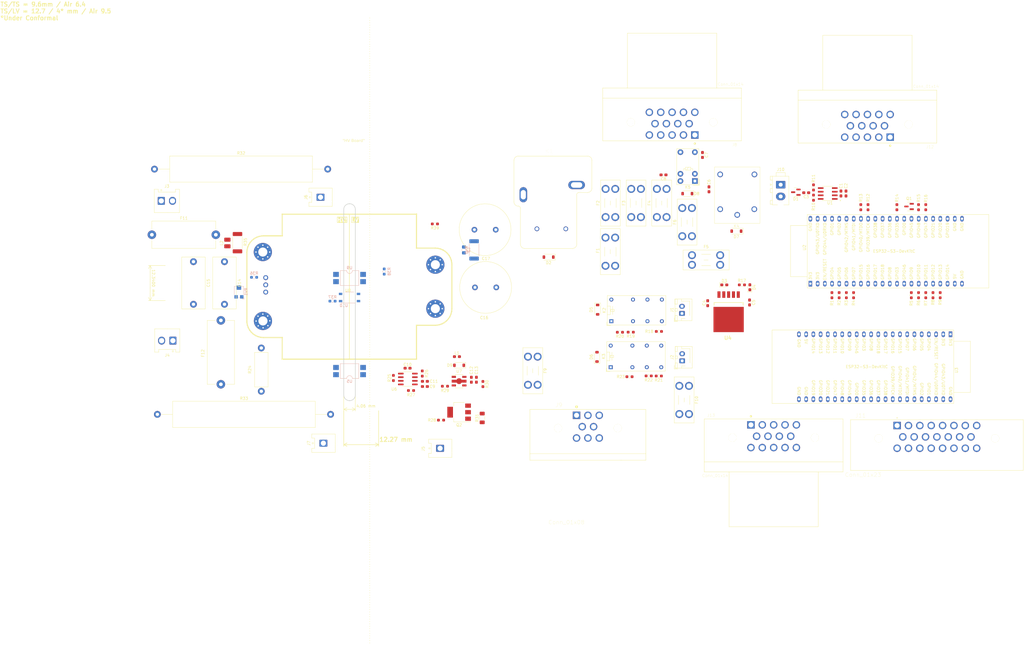
<source format=kicad_pcb>
(kicad_pcb (version 20221018) (generator pcbnew)
  (layers (0 "F.Cu" signal) (1 "In1.Cu" power) (2 "In2.Cu" power) (31 "B.Cu" signal) (34 "B.Paste" user) (35 "F.Paste" user) (36 "B.SilkS" user "B.Silkscreen") (37 "F.SilkS" user "F.Silkscreen") (38 "B.Mask" user) (39 "F.Mask" user) (44 "Edge.Cuts" user))
  (net 0 "")
  (net 1 "VDD")
  (net 2 "GND")
  (net 3 "INT_12V")
  (net 4 "Net-(U6-CV)")
  (net 5 "Net-(C3-Pad1)")
  (net 6 "/High Voltage/TSAL/pass")
  (net 7 "/Connectors/FAN_PWR_OUT")
  (net 8 "/High Voltage/DCDC/HV-")
  (net 9 "/Connectors/BRAKE_PWR_OUT")
  (net 10 "Net-(U8-+IN)")
  (net 11 "Net-(U8-+OUT)")
  (net 12 "/Connectors/Batt_12")
  (net 13 "/Fusing/LOOP_OUT")
  (net 14 "/Connectors/CAN_L")
  (net 15 "/Connectors/CAN_H")
  (net 16 "/Connectors/BRB_RTN")
  (net 17 "Net-(D4-A)")
  (net 19 "/Latching/IMD_SWITCH")
  (net 20 "/Cooling/Brake_SIG_Out")
  (net 21 "+12V")
  (net 22 "/Connectors/RINE_12V")
  (net 23 "/Connectors/BMS_12V")
  (net 24 "/Connectors/BRB_LOOP")
  (net 25 "/Connectors/SSOK")
  (net 27 "/Latching/BMS_Switch")
  (net 28 "Net-(J6-Pin_1)")
  (net 29 "Net-(J7-Pin_1)")
  (net 31 "/High Voltage/DCDC/HV+")
  (net 32 "/High Voltage/TSAL/HV+")
  (net 35 "/Connectors/BMS_FAULT_SIG")
  (net 36 "/Connectors/IMD_FAULT_SIG")
  (net 37 "/Connectors/PUMP_12V")
  (net 39 "Net-(K2-Pad13)")
  (net 40 "Net-(D9-A)")
  (net 43 "Net-(Q2-B)")
  (net 45 "/Cooling/BRAKE_12V")
  (net 47 "/High Voltage/Vicor_Enable")
  (net 48 "/Microcontrolller/RTD_BUZZER")
  (net 49 "/High Voltage/Vicor_Fault")
  (net 50 "/Latching/BMS_IND")
  (net 51 "/Connectors/TSAL_PWR")
  (net 52 "/Connectors/TSAL_GND")
  (net 53 "/Connectors/FBrake")
  (net 54 "/Connectors/RBrake")
  (net 55 "/Connectors/FR_TEMP")
  (net 57 "/Connectors/FR_SUS")
  (net 59 "/Connectors/FR_SPEED")
  (net 61 "/Connectors/FR_STRAIN0")
  (net 62 "Net-(U2-GPIO9{slash}ADC1_CH8)")
  (net 63 "/Connectors/FR_STRAIN1")
  (net 64 "/Connectors/FL_SUS")
  (net 65 "/Connectors/FL_TEMP")
  (net 66 "/Connectors/FL_SPEED")
  (net 67 "/High Voltage/TSAL/HV_ON")
  (net 68 "/Connectors/FL_STRAIN0")
  (net 69 "/High Voltage/TSAL/555_OUT")
  (net 70 "/Connectors/FL_STRAIN1")
  (net 71 "/Connectors/BR_SUS")
  (net 72 "/Latching/IMD_IND")
  (net 73 "/High Voltage/DCDC/TRIM_HV")
  (net 74 "Net-(R24-Pad2)")
  (net 75 "/High Voltage/DCDC/FAULT_HV")
  (net 77 "/Microcontrolller/CAN_TX")
  (net 78 "/Microcontrolller/CAN_RX")
  (net 79 "VCC")
  (net 80 "/High Voltage/DCDC/EN_HV")
  (net 81 "/Cooling/FAN_12V")
  (net 82 "/Cooling/Fan_SIG_Out")
  (net 83 "/Connectors/BR_TEMP")
  (net 84 "Net-(U2-GPIO10{slash}ADC1_CH9)")
  (net 85 "/Connectors/BR_STRAIN0")
  (net 86 "/Connectors/BR_STRAIN1")
  (net 87 "/Connectors/BL_SUS")
  (net 88 "/Connectors/BL_TEMP")
  (net 89 "Net-(U2-GPIO11{slash}ADC2_CH0)")
  (net 90 "Net-(U2-GPIO12{slash}ADC2_CH1)")
  (net 91 "Net-(U2-GPIO13{slash}ADC2_CH2)")
  (net 92 "Net-(U2-GPIO39{slash}MTCK)")
  (net 93 "Net-(U6-DIS)")
  (net 94 "Net-(U7-ADJ)")
  (net 95 "/Connectors/BL_SPEED")
  (net 96 "/Connectors/BR_SPEED")
  (net 97 "/Connectors/BL_STRAIN1")
  (net 98 "/Connectors/BL_STRAIN0")
  (net 99 "/Connectors/RTD_BUZZER_OUT")
  (net 100 "/Connectors/RTD_LED")
  (net 101 "/Connectors/FAN_LED")
  (net 102 "/Connectors/PUMP_LED")
  (net 103 "/Connectors/IMD_Fault_ind")
  (net 104 "/Connectors/BMS_Fault_ind")
  (net 105 "/Connectors/DRIVE_MODE_LED")
  (net 106 "/Connectors/DRIVE_MODE_BTTN")
  (net 107 "/Connectors/START_BTTN")
  (net 108 "/Connectors/Coast_Regen")
  (net 109 "/Connectors/Brake_Regen")
  (net 110 "/Connectors/Pedal_0")
  (net 111 "/Connectors/Pedal_1")
  (net 112 "/Connectors/RPi_RX")
  (net 113 "/Connectors/RPi_TX")
  (net 114 "/Connectors/LoRa_RX")
  (net 115 "/Connectors/LoRa_TX")
  (net 116 "/Connectors/IMU_RX")
  (net 117 "/Connectors/IMU_TX")
  (net 118 "/Connectors/GPS_RX")
  (net 119 "/Connectors/GPS_TX")
  (net 120 "/Connectors/STEERING")
  (net 121 "/Connectors/PUMP_TEMP_OUT")
  (net 122 "/Connectors/PUMP_TEMP_IN")
  (net 128 "/Microcontrolller/VICOR_Tempt?")
  (net 146 "Net-(R36-Pad2)")
  (net 147 "Net-(R37-Pad1)")
  (net 148 "Net-(R38-Pad2)")
  (net 149 "/High Voltage/TSAL/HV-")
  (footprint "Resistor_SMD:R_0603_1608Metric_Pad0.98x0.95mm_HandSolder" (layer "F.Cu") (at 361.571501 129.4918 90)
    (fp_text reference "R8" (at -2.54 0 90) (layer "F.SilkS"))
    (fp_text value "330")
    (pad "1" smd roundrect (at -0.9125 0 90) (size 0.975 0.95) (layers "F.Cu" "F.Paste" "F.Mask") (net 101 "/Connectors/FAN_LED"))
    (pad "2" smd roundrect (at 0.9125 0 90) (size 0.975 0.95) (layers "F.Cu" "F.Paste" "F.Mask") (net 90 "Net-(U2-GPIO12{slash}ADC2_CH1)"))
  )
  (footprint "esp32:ESP32-S3-DevKitC" (layer "F.Cu") (at 318.439401 125.427799 90)
    (fp_text reference "U2" (at 12.7 -2.1 90) (layer "F.SilkS"))
    (fp_text value "ESP32-S3-DevKitC" (at 11.42632 29.46128) (layer "F.SilkS"))
    (fp_text user "GPIO19" (at 21.59 48.26 90 unlocked) (layer "F.SilkS") (effects (justify right)))
    (fp_text user "GPIO16" (at 1.27 20.32 90 unlocked) (layer "F.SilkS") (effects (justify left)))
    (fp_text user "GND" (at 21.59 0 90 unlocked) (layer "F.SilkS") (effects (justify right)))
    (fp_text user "GPIO0" (at 21.59 33.02 90 unlocked) (layer "F.SilkS") (effects (justify right)))
    (fp_text user "GPIO1" (at 21.59 7.62 90 unlocked) (layer "F.SilkS") (effects (justify right)))
    (fp_text user "GPIO15" (at 1.27 17.78 90 unlocked) (layer "F.SilkS") (effects (justify left)))
    (fp_text user "3V3" (at 1.27 2.54 90 unlocked) (layer "F.SilkS") (effects (justify left)))
    (fp_text user "GPIO38" (at 21.59 22.86 90 unlocked) (layer "F.SilkS") (effects (justify right)))
    (fp_text user "5V" (at 1.52032 50.79728 90 unlocked) (layer "F.SilkS") (effects (justify left)))
    (fp_text user "GPIO45" (at 21.59 35.56 90 unlocked) (layer "F.SilkS") (effects (justify right)))
    (fp_text user "GPIO2" (at 21.59 10.16 90 unlocked) (layer "F.SilkS") (effects (justify right)))
    (fp_text user "GPIO42/MTMS" (at 21.59 12.7 90 unlocked) (layer "F.SilkS") (effects (justify right)))
    (fp_text user "GPIO8" (at 1.27 27.94 90 unlocked) (layer "F.SilkS") (effects (justify left)))
    (fp_text user "GND" (at 21.59 53.34 90 unlocked) (layer "F.SilkS") (effects (justify right)))
    (fp_text user "GPIO46" (at 1.27 33.02 90 unlocked) (layer "F.SilkS") (effects (justify left)))
    (fp_text user "GPIO3" (at 1.27 30.48 90 unlocked) (layer "F.SilkS") (effects (justify left)))
    (fp_text user "GPIO47" (at 21.59 40.64 90 unlocked) (layer "F.SilkS") (effects (justify right)))
    (fp_text user "GPIO17" (at 1.27 22.86 90 unlocked) (layer "F.SilkS") (effects (justify left)))
    (fp_text user "GND" (at 21.59 50.8 90 unlocked) (layer "F.SilkS") (effects (justify right)))
    (fp_text user "GPIO20" (at 21.59 45.72 90 unlocked) (layer "F.SilkS") (effects (justify right)))
    (fp_text user "GND" (at 1.52032 53.33728 90 unlocked) (layer "F.SilkS") (effects (justify left)))
    (fp_text user "GPIO10" (at 1.27 38.1 90 unlocked) (layer "F.SilkS") (effects (justify left)))
    (fp_text user "GPIO39/MTCK" (at 21.59 20.32 90 unlocked) (layer "F.SilkS") (effects (justify right)))
    (fp_text user "GPIO7" (at 1.27 15.24 90 unlocked) (layer "F.SilkS") (effects (justify left)))
    (fp_text user "GPIO18" (at 1.27 25.4 90 unlocked) (layer "F.SilkS") (effects (justify left)))
    (fp_text user "GPIO43/U0TXD" (at 21.59 2.54 90 unlocked) (layer "F.SilkS") (effects (justify right)))
    (fp_text user "GPIO41/MTDI" (at 21.59 15.24 90 unlocked) (layer "F.SilkS") (effects (justify right)))
    (fp_text user "3V3" (at 1.27 0 90 unlocked) (layer "F.SilkS") (effects (justify left)))
    (fp_text user "GPIO40/MTDO" (at 21.59 17.78 90 unlocked) (layer "F.SilkS") (effects (justify right)))
    (fp_text user "GPIO5" (at 1.27 10.16 90 unlocked) (layer "F.SilkS") (effects (justify left)))
    (fp_text user "GPIO48" (at 21.59 38.1 90 unlocked) (layer "F.SilkS") (effects (justify right)))
    (fp_text user "GPIO36" (at 21.59 27.94 90 unlocked) (layer "F.SilkS") (effects (justify right)))
    (fp_text user "GPIO11" (at 1.27 40.64 90 unlocked) (layer "F.SilkS") (effects (justify left)))
    (fp_text user "GPIO44/U0RXD" (at 21.59 5.08 90 unlocked) (layer "F.SilkS") (effects (justify right)))
    (fp_text user "GPIO35" (at 21.59 30.48 90 unlocked) (layer "F.SilkS") (effects (justify right)))
    (fp_text user "GPIO6" (at 1.27 12.7 90 unlocked) (layer "F.SilkS") (effects (justify left)))
    (fp_text user "GPIO37" (at 21.59 25.4 90 unlocked) (layer "F.SilkS") (effects (justify right)))
    (fp_text user "GPIO21" (at 21.59 43.18 90 unlocked) (layer "F.SilkS") (effects (justify right)))
    (fp_text user "GPIO13" (at 1.27 45.72 90 unlocked) (layer "F.SilkS") (effects (justify left)))
    (fp_text user "GPIO4" (at 1.27 7.62 90 unlocked) (layer "F.SilkS") (effects (justify left)))
    (fp_text user "GPIO14" (at 1.27 48.26 90 unlocked) (layer "F.SilkS") (effects (justify left)))
    (fp_text user "EN/RESET" (at 8.88632 5.07728 90 unlocked) (layer "F.SilkS") (effects (justify right)))
    (fp_text user "GPIO12" (at 1.27 43.18 90 unlocked) (layer "F.SilkS") (effects (justify left)))
    (fp_text user "GPIO9" (at 1.27 35.56 90 unlocked) (layer "F.SilkS") (effects (justify left)))
    (pad "1" thru_hole rect (at 0 0) (size 1.2 2) (drill 0.8) (layers "*.Cu" "*.Mask") (net 1 "VDD"))
    (pad "2" thru_hole oval (at 0 2.54) (size 1.2 2) (drill 0.8) (layers "*.Cu" "*.Mask") (net 1 "VDD"))
    (pad "3" thru_hole oval (at 0 5.08) (size 1.2 2) (drill 0.8) (layers "*.Cu" "*.Mask"))
    (pad "4" thru_hole oval (at 0 7.62) (size 1.2 2) (drill 0.8) (layers "*.Cu" "*.Mask") (net 110 "/Connectors/Pedal_0"))
    (pad "5" thru_hole oval (at 0 10.16) (size 1.2 2) (drill 0.8) (layers "*.Cu" "*.Mask") (net 111 "/Connectors/Pedal_1"))
    (pad "6" thru_hole oval (at 0 12.7) (size 1.2 2) (drill 0.8) (layers "*.Cu" "*.Mask") (net 53 "/Connectors/FBrake"))
    (pad "7" thru_hole oval (at 0 15.24) (size 1.2 2) (drill 0.8) (layers "*.Cu" "*.Mask") (net 54 "/Connectors/RBrake"))
    (pad "8" thru_hole oval (at 0 17.78) (size 1.2 2) (drill 0.8) (layers "*.Cu" "*.Mask") (net 72 "/Latching/IMD_IND"))
    (pad "9" thru_hole oval (at 0 20.32) (size 1.2 2) (drill 0.8) (layers "*.Cu" "*.Mask") (net 50 "/Latching/BMS_IND"))
    (pad "10" thru_hole oval (at 0 22.86) (size 1.2 2) (drill 0.8) (layers "*.Cu" "*.Mask") (net 108 "/Connectors/Coast_Regen"))
    (pad "11" thru_hole oval (at 0 25.4) (size 1.2 2) (drill 0.8) (layers "*.Cu" "*.Mask") (net 109 "/Connectors/Brake_Regen"))
    (pad "12" thru_hole oval (at 0 27.94) (size 1.2 2) (drill 0.8) (layers "*.Cu" "*.Mask"))
    (pad "13" thru_hole oval (at 0 30.48) (size 1.2 2) (drill 0.8) (layers "*.Cu" "*.Mask"))
    (pad "14" thru_hole oval (at 0 33.02) (size 1.2 2) (drill 0.8) (layers "*.Cu" "*.Mask"))
    (pad "15" thru_hole oval (at 0 35.56) (size 1.2 2) (drill 0.8) (layers "*.Cu" "*.Mask") (net 62 "Net-(U2-GPIO9{slash}ADC1_CH8)"))
    (pad "16" thru_hole oval (at 0 38.1) (size 1.2 2) (drill 0.8) (layers "*.Cu" "*.Mask") (net 84 "Net-(U2-GPIO10{slash}ADC1_CH9)"))
    (pad "17" thru_hole oval (at 0 40.64) (size 1.2 2) (drill 0.8) (layers "*.Cu" "*.Mask") (net 89 "Net-(U2-GPIO11{slash}ADC2_CH0)"))
    (pad "18" thru_hole oval (at 0 43.18) (size 1.2 2) (drill 0.8) (layers "*.Cu" "*.Mask") (net 90 "Net-(U2-GPIO12{slash}ADC2_CH1)"))
    (pad "19" thru_hole oval (at 0 45.72) (size 1.2 2) (drill 0.8) (layers "*.Cu" "*.Mask") (net 91 "Net-(U2-GPIO13{slash}ADC2_CH2)"))
    (pad "20" thru_hole oval (at -0.00368 48.25728) (size 1.2 2) (drill 0.8) (layers "*.Cu" "*.Mask") (net 128 "/Microcontrolller/VICOR_Tempt?"))
    (pad "21" thru_hole oval (at -0.00368 50.79728) (size 1.2 2) (drill 0.8) (layers "*.Cu" "*.Mask"))
    (pad "22" thru_hole oval (at -0.00368 53.33728) (size 1.2 2) (drill 0.8) (layers "*.Cu" "*.Mask") (net 2 "GND"))
    (pad "23" thru_hole oval (at 22.86 53.34) (size 1.2 2) (drill 0.8) (layers "*.Cu" "*.Mask") (net 2 "GND"))
    (pad "24" thru_hole oval (at 22.86 50.8) (size 1.2 2) (drill 0.8) (layers "*.Cu" "*.Mask") (net 2 "GND"))
    (pad "25" thru_hole oval (at 22.86 48.26) (size 1.2 2) (drill 0.8) (layers "*.Cu" "*.Mask"))
    (pad "26" thru_hole oval (at 22.86 45.72) (size 1.2 2) (drill 0.8) (layers "*.Cu" "*.Mask"))
    (pad "27" thru_hole oval (at 22.86 43.18) (size 1.2 2) (drill 0.8) (layers "*.Cu" "*.Mask") (net 49 "/High Voltage/Vicor_Fault"))
    (pad "28" thru_hole oval (at 22.86 40.64) (size 1.2 2) (drill 0.8) (layers "*.Cu" "*.Mask") (net 47 "/High Voltage/Vicor_Enable"))
    (pad "29" thru_hole oval (at 22.86 38.1) (size 1.2 2) (drill 0.8) (layers "*.Cu" "*.Mask") (net 48 "/Microcontrolller/RTD_BUZZER"))
    (pad "30" thru_hole oval (at 22.86 35.56) (size 1.2 2) (drill 0.8) (layers "*.Cu" "*.Mask"))
    (pad "31" thru_hole oval (at 22.86 33.02) (size 1.2 2) (drill 0.8) (layers "*.Cu" "*.Mask"))
    (pad "32" thru_hole oval (at 22.86 30.48) (size 1.2 2) (drill 0.8) (layers "*.Cu" "*.Mask") (net 107 "/Connectors/START_BTTN"))
    (pad "33" thru_hole oval (at 22.86 27.94) (size 1.2 2) (drill 0.8) (layers "*.Cu" "*.Mask"))
    (pad "34" thru_hole oval (at 22.86 25.4) (size 1.2 2) (drill 0.8) (layers "*.Cu" "*.Mask") (net 82 "/Cooling/Fan_SIG_Out"))
    (pad "35" thru_hole oval (at 22.86 22.86) (size 1.2 2) (drill 0.8) (layers "*.Cu" "*.Mask") (net 20 "/Cooling/Brake_SIG_Out"))
    (pad "36" thru_hole oval (at 22.86 20.32) (size 1.2 2) (drill 0.8) (layers "*.Cu" "*.Mask") (net 92 "Net-(U2-GPIO39{slash}MTCK)"))
    (pad "37" thru_hole oval (at 22.86 17.78) (size 1.2 2) (drill 0.8) (layers "*.Cu" "*.Mask") (net 106 "/Connectors/DRIVE_MODE_BTTN"))
    (pad "38" thru_hole oval (at 22.86 15.24) (size 1.2 2) (drill 0.8) (layers "*.Cu" "*.Mask") (net 77 "/Microcontrolller/CAN_TX"))
    (pad "39" thru_hole oval (at 22.86 12.7) (size 1.2 2) (drill 0.8) (layers "*.Cu" "*.Mask") (net 78 "/Microcontrolller/CAN_RX"))
    (pad "40" thru_hole oval (at 22.86 10.16) (size 1.2 2) (drill 0.8) (layers "*.Cu" "*.Mask") (net 121 "/Connectors/PUMP_TEMP_OUT"))
    (pad "41" thru_hole oval (at 22.86 7.62) (size 1.2 2) (drill 0.8) (layers "*.Cu" "*.Mask") (net 122 "/Connectors/PUMP_TEMP_IN"))
    (pad "42" thru_hole oval (at 22.86 5.08) (size 1.2 2) (drill 0.8) (layers "*.Cu" "*.Mask"))
    (pad "43" thru_hole oval (at 22.86 2.54) (size 1.2 2) (drill 0.8) (layers "*.Cu" "*.Mask"))
    (pad "44" thru_hole oval (at 22.86 0) (size 1.2 2) (drill 0.8) (layers "*.Cu" "*.Mask") (net 2 "GND"))
  )
  (footprint "Inductor_SMD:L_0603_1608Metric_Pad1.05x0.95mm_HandSolder" (layer "F.Cu") (at 194.055999 151.129998)
    (fp_text reference "L1" (at 0 -1.27) (layer "F.SilkS"))
    (fp_text value "47uH")
    (pad "1" smd roundrect (at -0.875 0) (size 1.05 0.95) (layers "F.Cu" "F.Paste" "F.Mask") (net 40 "Net-(D9-A)"))
    (pad "2" smd roundrect (at 0.875 0) (size 1.05 0.95) (layers "F.Cu" "F.Paste" "F.Mask") (net 52 "/Connectors/TSAL_GND"))
  )
  (footprint "Resistor_SMD:R_0603_1608Metric_Pad0.98x0.95mm_HandSolder" (layer "F.Cu") (at 348.871501 98.5038 90)
    (fp_text reference "R14" (at 3.1985 0 90) (layer "F.SilkS"))
    (fp_text value "10k")
    (pad "1" smd roundrect (at -0.9125 0 90) (size 0.975 0.95) (layers "F.Cu" "F.Paste" "F.Mask") (net 107 "/Connectors/START_BTTN"))
    (pad "2" smd roundrect (at 0.9125 0 90) (size 0.975 0.95) (layers "F.Cu" "F.Paste" "F.Mask") (net 2 "GND"))
  )
  (footprint "Resistor_SMD:R_0603_1608Metric_Pad0.98x0.95mm_HandSolder" (layer "F.Cu") (at 265.126001 142.254 180)
    (fp_text reference "R18" (at 3.4055 0) (layer "F.SilkS"))
    (fp_text value "10k")
    (pad "1" smd roundrect (at -0.9125 0 180) (size 0.975 0.95) (layers "F.Cu" "F.Paste" "F.Mask") (net 35 "/Connectors/BMS_FAULT_SIG"))
    (pad "2" smd roundrect (at 0.9125 0 180) (size 0.975 0.95) (layers "F.Cu" "F.Paste" "F.Mask") (net 2 "GND"))
  )
  (footprint "Connector_Hirose:Hirose_DF63M-1P-3.96DSA_1x01_P3.96mm_Vertical" (layer "F.Cu") (at 188.133998 183.411999 90)
    (fp_text reference "J5" (at -0.162816 -5.952497 90) (layer "F.SilkS"))
    (fp_text value "GND")
    (pad "" np_thru_hole circle (at -1.5 3.25 90) (size 1.6 1.6) (drill 1.6) (layers "*.Cu" "*.Mask"))
    (pad "1" thru_hole roundrect (at 0 0 90) (size 2.46 2.8) (drill 1.8) (layers "*.Cu" "*.Mask") (roundrect_rratio 0.101626) (net 2 "GND"))
  )
  (footprint "Capacitor_SMD:C_0603_1608Metric_Pad1.08x0.95mm_HandSolder" (layer "F.Cu") (at 329.183501 93.677798 -90)
    (fp_text reference "C1" (at -2.6935 0 90) (layer "F.SilkS"))
    (fp_text value "0.1u")
    (pad "1" smd roundrect (at -0.8625 0 270) (size 1.075 0.95) (layers "F.Cu" "F.Paste" "F.Mask") (net 1 "VDD"))
    (pad "2" smd roundrect (at 0.8625 0 270) (size 1.075 0.95) (layers "F.Cu" "F.Paste" "F.Mask") (net 2 "GND"))
  )
  (footprint "AERO_Footprints:TE_1-776266-1_14pin_Horizontal" (layer "F.Cu") (at 305.512 179.153499)
    (fp_text reference "J13" (at -22.0027 -7.39933) (layer "F.SilkS") (effects (font (size 1.00194 1.00194) (thickness 0.05))))
    (fp_text value "Conn_01x14" (at -20.5865 13.8727) (layer "F.SilkS") (effects (font (size 1.00056 1.00056) (thickness 0.05))))
    (pad "" np_thru_hole circle (at -14.5 0.5) (size 2.85 2.85) (drill 2.85) (layers "*.Cu" "*.Mask" "F.SilkS"))
    (pad "" np_thru_hole circle (at 14.5 0.5) (size 2.85 2.85) (drill 2.85) (layers "*.Cu" "*.Mask" "F.SilkS"))
    (pad "1" thru_hole rect (at -8 -4) (size 2.625 2.625) (drill 1.75) (layers "*.Cu" "*.Mask"))
    (pad "2" thru_hole circle (at -4 -4) (size 2.625 2.625) (drill 1.75) (layers "*.Cu" "*.Mask") (net 110 "/Connectors/Pedal_0"))
    (pad "3" thru_hole circle (at 0 -4) (size 2.625 2.625) (drill 1.75) (layers "*.Cu" "*.Mask") (net 111 "/Connectors/Pedal_1"))
    (pad "4" thru_hole circle (at 4 -4) (size 2.625 2.625) (drill 1.75) (layers "*.Cu" "*.Mask") (net 112 "/Connectors/RPi_RX"))
    (pad "5" thru_hole circle (at 8 -4) (size 2.625 2.625) (drill 1.75) (layers "*.Cu" "*.Mask") (net 113 "/Connectors/RPi_TX"))
    (pad "6" thru_hole circle (at -6 0) (size 2.625 2.625) (drill 1.75) (layers "*.Cu" "*.Mask") (net 114 "/Connectors/LoRa_RX"))
    (pad "7" thru_hole circle (at -2 0) (size 2.625 2.625) (drill 1.75) (layers "*.Cu" "*.Mask") (net 115 "/Connectors/LoRa_TX"))
    (pad "8" thru_hole circle (at 2 0) (size 2.625 2.625) (drill 1.75) (layers "*.Cu" "*.Mask") (net 116 "/Connectors/IMU_RX"))
    (pad "9" thru_hole circle (at 6 0) (size 2.625 2.625) (drill 1.75) (layers "*.Cu" "*.Mask") (net 117 "/Connectors/IMU_TX"))
    (pad "10" thru_hole circle (at -8 4) (size 2.625 2.625) (drill 1.75) (layers "*.Cu" "*.Mask") (net 118 "/Connectors/GPS_RX"))
    (pad "11" thru_hole circle (at -4 4) (size 2.625 2.625) (drill 1.75) (layers "*.Cu" "*.Mask") (net 119 "/Connectors/GPS_TX"))
    (pad "12" thru_hole circle (at 0 4) (size 2.625 2.625) (drill 1.75) (layers "*.Cu" "*.Mask") (net 120 "/Connectors/STEERING"))
    (pad "13" thru_hole circle (at 4 4) (size 2.625 2.625) (drill 1.75) (layers "*.Cu" "*.Mask") (net 121 "/Connectors/PUMP_TEMP_OUT"))
    (pad "14" thru_hole circle (at 8 4) (size 2.625 2.625) (drill 1.75) (layers "*.Cu" "*.Mask") (net 122 "/Connectors/PUMP_TEMP_IN"))
  )
  (footprint "Diode_SMD:D_0603_1608Metric_Pad1.05x0.95mm_HandSolder" (layer "F.Cu") (at 288.138001 125.857)
    (fp_text reference "D3" (at 0 -1.43) (layer "F.SilkS"))
    (fp_text value "TS4148C RZG")
    (pad "1" smd roundrect (at -0.875 0) (size 1.05 0.95) (layers "F.Cu" "F.Paste" "F.Mask") (net 3 "INT_12V"))
    (pad "2" smd roundrect (at 0.875 0) (size 1.05 0.95) (layers "F.Cu" "F.Paste" "F.Mask") (net 2 "GND"))
  )
  (footprint "Diode_SMD:D_SOD-123" (layer "F.Cu") (at 275.126001 93.725999 180)
    (fp_text reference "D8" (at -3.302 0) (layer "F.SilkS"))
    (fp_text value "1N4148W")
    (pad "1" smd roundrect (at -1.65 0 180) (size 0.9 1.2) (layers "F.Cu" "F.Paste" "F.Mask") (net 20 "/Cooling/Brake_SIG_Out"))
    (pad "2" smd roundrect (at 1.65 0 180) (size 0.9 1.2) (layers "F.Cu" "F.Paste" "F.Mask") (net 2 "GND"))
  )
  (footprint "Capacitor_SMD:C_0603_1608Metric_Pad1.08x0.95mm_HandSolder" (layer "F.Cu") (at 182.779499 159.821499)
    (fp_text reference "C11" (at 3.1485 0) (layer "F.SilkS"))
    (fp_text value "10u")
    (pad "1" smd roundrect (at -0.8625 0) (size 1.075 0.95) (layers "F.Cu" "F.Paste" "F.Mask") (net 6 "/High Voltage/TSAL/pass"))
    (pad "2" smd roundrect (at 0.8625 0) (size 1.075 0.95) (layers "F.Cu" "F.Paste" "F.Mask") (net 2 "GND"))
  )
  (footprint "Capacitor_SMD:C_0603_1608Metric_Pad1.08x0.95mm_HandSolder" (layer "F.Cu") (at 330.961502 93.677797 -90)
    (fp_text reference "C2" (at -2.6935 0.03 90) (layer "F.SilkS"))
    (fp_text value "0.1u")
    (pad "1" smd roundrect (at -0.8625 0 270) (size 1.075 0.95) (layers "F.Cu" "F.Paste" "F.Mask") (net 1 "VDD"))
    (pad "2" smd roundrect (at 0.8625 0 270) (size 1.075 0.95) (layers "F.Cu" "F.Paste" "F.Mask") (net 2 "GND"))
  )
  (footprint "AERO_Footprints:Fuseholder_Blade_Mini_Keystone_3568" (layer "F.Cu") (at 246.3707 101.987999 90)
    (fp_text reference "F2" (at 4.96 -2.67 90) (layer "F.SilkS"))
    (fp_text value "10A")
    (pad "1" thru_hole circle (at 0 0 90) (size 2.78 2.78) (drill 1.78) (layers "*.Cu" "*.Mask") (net 21 "+12V"))
    (pad "1" thru_hole circle (at 0 3.4 90) (size 2.78 2.78) (drill 1.78) (layers "*.Cu" "*.Mask") (net 21 "+12V"))
    (pad "2" thru_hole circle (at 9.92 0 90) (size 2.78 2.78) (drill 1.78) (layers "*.Cu" "*.Mask") (net 22 "/Connectors/RINE_12V"))
    (pad "2" thru_hole circle (at 9.92 3.4 90) (size 2.78 2.78) (drill 1.78) (layers "*.Cu" "*.Mask") (net 22 "/Connectors/RINE_12V"))
  )
  (footprint "Inductor_SMD:L_1008_2520Metric_Pad1.43x2.20mm_HandSolder" (layer "F.Cu") (at 113.283998 111.105499 -90)
    (fp_text reference "L2" (at 0 2.032 90) (layer "F.SilkS"))
    (fp_text value "1uH")
    (pad "1" smd roundrect (at -1.1625 0 270) (size 1.425 2.2) (layers "F.Cu" "F.Paste" "F.Mask") (roundrect_rratio 0.175439) (net 31 "/High Voltage/DCDC/HV+"))
    (pad "2" smd roundrect (at 1.1625 0 270) (size 1.425 2.2) (layers "F.Cu" "F.Paste" "F.Mask") (roundrect_rratio 0.175439) (net 10 "Net-(U8-+IN)"))
  )
  (footprint "Resistor_SMD:R_0603_1608Metric_Pad0.98x0.95mm_HandSolder" (layer "F.Cu") (at 359.031501 98.503801 90)
    (fp_text reference "R16" (at 3.048 0 90) (layer "F.SilkS"))
    (fp_text value "10k")
    (pad "1" smd roundrect (at -0.9125 0 90) (size 0.975 0.95) (layers "F.Cu" "F.Paste" "F.Mask") (net 47 "/High Voltage/Vicor_Enable"))
    (pad "2" smd roundrect (at 0.9125 0 90) (size 0.975 0.95) (layers "F.Cu" "F.Paste" "F.Mask") (net 2 "GND"))
  )
  (footprint "AERO_Footprints:Fuseholder_Blade_Mini_Keystone_3568" (layer "F.Cu") (at 276.77 115.394)
    (fp_text reference "F5" (at 4.96 -2.95) (layer "F.SilkS"))
    (fp_text value "5A")
    (pad "1" thru_hole circle (at 0 0) (size 2.78 2.78) (drill 1.78) (layers "*.Cu" "*.Mask") (net 21 "+12V"))
    (pad "1" thru_hole circle (at 0 3.4) (size 2.78 2.78) (drill 1.78) (layers "*.Cu" "*.Mask") (net 21 "+12V"))
    (pad "2" thru_hole circle (at 9.92 0) (size 2.78 2.78) (drill 1.78) (layers "*.Cu" "*.Mask") (net 81 "/Cooling/FAN_12V"))
    (pad "2" thru_hole circle (at 9.92 3.4) (size 2.78 2.78) (drill 1.78) (layers "*.Cu" "*.Mask") (net 81 "/Cooling/FAN_12V"))
  )
  (footprint "Capacitor_SMD:C_0603_1608Metric_Pad1.08x0.95mm_HandSolder" (layer "F.Cu") (at 282.296002 132.3075 -90)
    (fp_text reference "C4" (at -0.1005 1.27 90) (layer "F.SilkS"))
    (fp_text value "10uf")
    (pad "1" smd roundrect (at -0.8625 0 270) (size 1.075 0.95) (layers "F.Cu" "F.Paste" "F.Mask") (net 3 "INT_12V"))
    (pad "2" smd roundrect (at 0.8625 0 270) (size 1.075 0.95) (layers "F.Cu" "F.Paste" "F.Mask") (net 2 "GND"))
  )
  (footprint "LED_SMD:LED_0603_1608Metric_Pad1.05x0.95mm_HandSolder" (layer "F.Cu") (at 297.131502 126.7102 90)
    (fp_text reference "D4" (at 0 1.545789 90) (layer "F.SilkS"))
    (fp_text value "LED")
    (pad "1" smd roundrect (at -0.875 0 90) (size 1.05 0.95) (layers "F.Cu" "F.Paste" "F.Mask") (net 2 "GND"))
    (pad "2" smd roundrect (at 0.875 0 90) (size 1.05 0.95) (layers "F.Cu" "F.Paste" "F.Mask") (net 17 "Net-(D4-A)"))
  )
  (footprint "Relay_THT:Relay_DPDT_Omron_G5V-2" (layer "F.Cu") (at 248.173001 154.859 90)
    (fp_text reference "K3" (at 3.81 -2.5 90) (layer "F.SilkS"))
    (fp_text value "G5V-2")
    (pad "1" thru_hole rect (at 0 0 90) (size 1.4 1.4) (drill 0.7) (layers "*.Cu" "*.Mask") (net 19 "/Latching/IMD_SWITCH"))
    (pad "4" thru_hole circle (at 0 7.62 90) (size 1.4 1.4) (drill 0.7) (layers "*.Cu" "*.Mask") (net 36 "/Connectors/IMD_FAULT_SIG"))
    (pad "6" thru_hole circle (at 0 12.7 90) (size 1.4 1.4) (drill 0.7) (layers "*.Cu" "*.Mask"))
    (pad "8" thru_hole circle (at 0 17.78 90) (size 1.4 1.4) (drill 0.7) (layers "*.Cu" "*.Mask") (net 19 "/Latching/IMD_SWITCH"))
    (pad "9" thru_hole circle (at 7.62 17.78 90) (size 1.4 1.4) (drill 0.7) (layers "*.Cu" "*.Mask") (net 39 "Net-(K2-Pad13)"))
    (pad "11" thru_hole circle (at 7.62 12.7 90) (size 1.4 1.4) (drill 0.7) (layers "*.Cu" "*.Mask"))
    (pad "13" thru_hole circle (at 7.62 7.62 90) (size 1.4 1.4) (drill 0.7) (layers "*.Cu" "*.Mask") (net 13 "/Fusing/LOOP_OUT"))
    (pad "16" thru_hole circle (at 7.62 0 90) (size 1.4 1.4) (drill 0.7) (layers "*.Cu" "*.Mask") (net 2 "GND"))
  )
  (footprint "Capacitor_THT:C_Radial_D18.0mm_H35.5mm_P7.50mm" (layer "F.Cu") (at 200.406001 126.746)
    (fp_text reference "C16" (at 3.241999 10.668) (layer "F.SilkS"))
    (fp_text value "4700uF")
    (pad "1" thru_hole circle (at 0 0) (size 2 2) (drill 1) (layers "*.Cu" "*.Mask") (net 11 "Net-(U8-+OUT)"))
    (pad "2" thru_hole circle (at 7.5 0) (size 2 2) (drill 1) (layers "*.Cu" "*.Mask") (net 2 "GND"))
  )
  (footprint "Resistor_SMD:R_0603_1608Metric_Pad0.98x0.95mm_HandSolder" (layer "F.Cu") (at 203.2 160.782 -90)
    (fp_text reference "R30" (at 0 -1.43 90) (layer "F.SilkS"))
    (fp_text value "0.15")
    (pad "1" smd roundrect (at -0.9125 0 270) (size 0.975 0.95) (layers "F.Cu" "F.Paste" "F.Mask") (net 3 "INT_12V"))
    (pad "2" smd roundrect (at 0.9125 0 270) (size 0.975 0.95) (layers "F.Cu" "F.Paste" "F.Mask") (net 51 "/Connectors/TSAL_PWR"))
  )
  (footprint "AMP_seal:TE_1-776280-1_8pin_Horizontal" (layer "F.Cu") (at 240.148001 176.289998)
    (fp_text reference "J9" (at -10.1999 -8.14372) (layer "F.SilkS") (effects (font (size 1.40081 1.40081) (thickness 0.05))))
    (fp_text value "Conn_01x08" (at -7.56757 33.1663) (layer "F.SilkS") (effects (font (size 1.40234 1.40234) (thickness 0.05))))
    (fp_text user "PCB~{EDGE}" (at -4.00474 8.51007) (layer "Edge.Cuts") (effects (font (thickness 0.05))))
    (pad "" np_thru_hole circle (at -10.5 0) (size 2.85 2.85) (drill 2.85) (layers "*.Cu" "*.Mask" "F.SilkS"))
    (pad "" np_thru_hole circle (at 10.5 0) (size 2.85 2.85) (drill 2.85) (layers "*.Cu" "*.Mask" "F.SilkS"))
    (pad "1" thru_hole rect (at -4 -4.5) (size 2.625 2.625) (drill 1.75) (layers "*.Cu" "*.Mask") (net 52 "/Connectors/TSAL_GND"))
    (pad "2" thru_hole circle (at 0 -4.5) (size 2.625 2.625) (drill 1.75) (layers "*.Cu" "*.Mask") (net 51 "/Connectors/TSAL_PWR"))
    (pad "3" thru_hole circle (at 4 -4.5) (size 2.625 2.625) (drill 1.75) (layers "*.Cu" "*.Mask") (net 25 "/Connectors/SSOK"))
    (pad "4" thru_hole circle (at -2 -0.5) (size 2.625 2.625) (drill 1.75) (layers "*.Cu" "*.Mask") (net 25 "/Connectors/SSOK"))
    (pad "5" thru_hole circle (at 2 -0.5) (size 2.625 2.625) (drill 1.75) (layers "*.Cu" "*.Mask") (net 36 "/Connectors/IMD_FAULT_SIG"))
    (pad "6" thru_hole circle (at -4 3.5) (size 2.625 2.625) (drill 1.75) (layers "*.Cu" "*.Mask") (net 35 "/Connectors/BMS_FAULT_SIG"))
    (pad "7" thru_hole circle (at 0 3.5) (size 2.625 2.625) (drill 1.75) (layers "*.Cu" "*.Mask") (net 16 "/Connectors/BRB_RTN"))
    (pad "8" thru_hole circle (at 4 3.5) (size 2.625 2.625) (drill 1.75) (layers "*.Cu" "*.Mask") (net 24 "/Connectors/BRB_LOOP"))
  )
  (footprint "AERO_Footprints:Fuseholder_Blade_Mini_Keystone_3568" (layer "F.Cu") (at 273.348 108.711998 90)
    (fp_text reference "F6" (at 4.96 -2.67 90) (layer "F.SilkS"))
    (fp_text value "2A")
    (pad "1" thru_hole circle (at 0 0 90) (size 2.78 2.78) (drill 1.78) (layers "*.Cu" "*.Mask") (net 21 "+12V"))
    (pad "1" thru_hole circle (at 0 3.4 90) (size 2.78 2.78) (drill 1.78) (layers "*.Cu" "*.Mask") (net 21 "+12V"))
    (pad "2" thru_hole circle (at 9.92 0 90) (size 2.78 2.78) (drill 1.78) (layers "*.Cu" "*.Mask") (net 45 "/Cooling/BRAKE_12V"))
    (pad "2" thru_hole circle (at 9.92 3.4 90) (size 2.78 2.78) (drill 1.78) (layers "*.Cu" "*.Mask") (net 45 "/Cooling/BRAKE_12V"))
  )
  (footprint "Connector_Hirose:Hirose_DF63R-2P-3.96DSA_1x02_P3.96mm_Vertical" (layer "F.Cu") (at 90.019999 96.266)
    (fp_text reference "J3" (at 1.98 -5.15) (layer "F.SilkS"))
    (fp_text value "HV+")
    (pad "" np_thru_hole circle (at 5.46 3.25) (size 1.6 1.6) (drill 1.6) (layers "*.Cu" "*.Mask"))
    (pad "1" thru_hole roundrect (at 0 0) (size 2.46 2.8) (drill 1.8) (layers "*.Cu" "*.Mask") (roundrect_rratio 0.101626) (net 32 "/High Voltage/TSAL/HV+"))
    (pad "2" thru_hole oval (at 3.96 0) (size 2.46 2.8) (drill 1.8) (layers "*.Cu" "*.Mask") (net 32 "/High Voltage/TSAL/HV+"))
  )
  (footprint "AERO_Footprints:TE_1-776266-1_14pin_Horizontal" (layer "F.Cu") (at 269.77 69.08 180)
    (fp_text reference "J8" (at -22.0027 -7.39933) (layer "F.SilkS") (effects (font (size 1.00194 1.00194) (thickness 0.05))))
    (fp_text value "Conn_01x14" (at -20.5865 13.8727) (layer "F.SilkS") (effects (font (size 1.00056 1.00056) (thickness 0.05))))
    (pad "" np_thru_hole circle (at -14.5 0.5 180) (size 2.85 2.85) (drill 2.85) (layers "*.Cu" "*.Mask" "F.SilkS"))
    (pad "" np_thru_hole circle (at 14.5 0.5 180) (size 2.85 2.85) (drill 2.85) (layers "*.Cu" "*.Mask" "F.SilkS"))
    (pad "1" thru_hole rect (at -8 -4 180) (size 2.625 2.625) (drill 1.75) (layers "*.Cu" "*.Mask"))
    (pad "2" thru_hole circle (at -4 -4 180) (size 2.625 2.625) (drill 1.75) (layers "*.Cu" "*.Mask"))
    (pad "3" thru_hole circle (at 0 -4 180) (size 2.625 2.625) (drill 1.75) (layers "*.Cu" "*.Mask") (net 37 "/Connectors/PUMP_12V"))
    (pad "4" thru_hole circle (at 4 -4 180) (size 2.625 2.625) (drill 1.75) (layers "*.Cu" "*.Mask") (net 7 "/Connectors/FAN_PWR_OUT"))
    (pad "5" thru_hole circle (at 8 -4 180) (size 2.625 2.625) (drill 1.75) (layers "*.Cu" "*.Mask") (net 9 "/Connectors/BRAKE_PWR_OUT"))
    (pad "6" thru_hole circle (at -6 0 180) (size 2.625 2.625) (drill 1.75) (layers "*.Cu" "*.Mask") (net 22 "/Connectors/RINE_12V"))
    (pad "7" thru_hole circle (at -2 0 180) (size 2.625 2.625) (drill 1.75) (layers "*.Cu" "*.Mask") (net 23 "/Connectors/BMS_12V"))
    (pad "8" thru_hole circle (at 2 0 180) (size 2.625 2.625) (drill 1.75) (layers "*.Cu" "*.Mask"))
    (pad "9" thru_hole circle (at 6 0 180) (size 2.625 2.625) (drill 1.75) (layers "*.Cu" "*.Mask"))
    (pad "10" thru_hole circle (at -8 4 180) (size 2.625 2.625) (drill 1.75) (layers "*.Cu" "*.Mask"))
    (pad "11" thru_hole circle (at -4 4 180) (size 2.625 2.625) (drill 1.75) (layers "*.Cu" "*.Mask") (net 12 "/Connectors/Batt_12"))
    (pad "12" thru_hole circle (at 0 4 180) (size 2.625 2.625) (drill 1.75) (layers "*.Cu" "*.Mask") (net 12 "/Connectors/Batt_12"))
    (pad "13" thru_hole circle (at 4 4 180) (size 2.625 2.625) (drill 1.75) (layers "*.Cu" "*.Mask") (net 12 "/Connectors/Batt_12"))
    (pad "14" thru_hole circle (at 8 4 180) (size 2.625 2.625) (drill 1.75) (layers "*.Cu" "*.Mask") (net 12 "/Connectors/Batt_12"))
  )
  (footprint "AERO_Footprints:SOIC127P600X175-8N" (layer "F.Cu") (at 324.535402 93.677797 180)
    (fp_text reference "U1" (at -0.795 -3.332) (layer "F.SilkS"))
    (fp_text value "MAX33054EASA+T")
    (pad "1" smd roundrect (at -2.475 -1.905 180) (size 1.97 0.59) (layers "F.Cu" "F.Paste" "F.Mask") (roundrect_rratio 0.07) (net 77 "/Microcontrolller/CAN_TX"))
    (pad "2" smd roundrect (at -2.475 -0.635 180) (size 1.97 0.59) (layers "F.Cu" "F.Paste" "F.Mask") (roundrect_rratio 0.07) (net 2 "GND"))
    (pad "3" smd roundrect (at -2.475 0.635 180) (size 1.97 0.59) (layers "F.Cu" "F.Paste" "F.Mask") (roundrect_rratio 0.07) (net 1 "VDD"))
    (pad "4" smd roundrect (at -2.475 1.905 180) (size 1.97 0.59) (layers "F.Cu" "F.Paste" "F.Mask") (roundrect_rratio 0.07) (net 78 "/Microcontrolller/CAN_RX"))
    (pad "5" smd roundrect (at 2.475 1.905 180) (size 1.97 0.59) (layers "F.Cu" "F.Paste" "F.Mask") (roundrect_rratio 0.07) (net 1 "VDD"))
    (pad "6" smd roundrect (at 2.475 0.635 180) (size 1.97 0.59) (layers "F.Cu" "F.Paste" "F.Mask") (roundrect_rratio 0.07) (net 14 "/Connectors/CAN_L"))
    (pad "7" smd roundrect (at 2.475 -0.635 180) (size 1.97 0.59) (layers "F.Cu" "F.Paste" "F.Mask") (roundrect_rratio 0.07) (net 15 "/Connectors/CAN_H"))
    (pad "8" smd roundrect (at 2.475 -1.905 180) (size 1.97 0.59) (layers "F.Cu" "F.Paste" "F.Mask") (roundrect_rratio 0.07) (net 2 "GND"))
  )
  (footprint "AERO_Footprints:vicor-socket-no-cutouts" (layer "F.Cu") (at 125.7591 114.297899)
    (fp_text reference "U8" (at 29.96188 13.4921) (layer "F.SilkS"))
    (fp_text value "Vicor_AERO")
    (pad "1" thru_hole circle (at -2.413 0 90) (size 0.8 0.8) (drill 0.5) (layers "*.Cu" "*.Mask") (net 10 "Net-(U8-+IN)"))
    (pad "1" thru_hole circle (at -1.706249 -1.706249 45) (size 0.8 0.8) (drill 0.5) (layers "*.Cu" "*.Mask") (net 10 "Net-(U8-+IN)"))
    (pad "1" thru_hole circle (at -1.706249 1.706249 135) (size 0.8 0.8) (drill 0.5) (layers "*.Cu" "*.Mask") (net 10 "Net-(U8-+IN)"))
    (pad "1" thru_hole circle (at 0 -2.413) (size 0.8 0.8) (drill 0.5) (layers "*.Cu" "*.Mask") (net 10 "Net-(U8-+IN)"))
    (pad "1" thru_hole circle (at 0 0) (size 6.4 6.4) (drill 3.2) (layers "*.Cu" "*.Mask") (net 10 "Net-(U8-+IN)"))
    (pad "1" thru_hole circle (at 0 2.413 180) (size 0.8 0.8) (drill 0.5) (layers "*.Cu" "*.Mask") (net 10 "Net-(U8-+IN)"))
    (pad "1" thru_hole circle (at 1.706249 -1.706249 315) (size 0.8 0.8) (drill 0.5) (layers "*.Cu" "*.Mask") (net 10 "Net-(U8-+IN)"))
    (pad "1" thru_hole circle (at 1.706249 1.706249 225) (size 0.8 0.8) (drill 0.5) (layers "*.Cu" "*.Mask") (net 10 "Net-(U8-+IN)"))
    (pad "1" thru_hole circle (at 2.413 0 270) (size 0.8 0.8) (drill 0.5) (layers "*.Cu" "*.Mask") (net 10 "Net-(U8-+IN)"))
    (pad "2" thru_hole circle (at 1.016 9.017) (size 1.699848 1.699848) (drill 1) (layers "*.Cu" "*.Mask") (net 73 "/High Voltage/DCDC/TRIM_HV"))
    (pad "3" thru_hole circle (at 1.016 11.557) (size 1.699848 1.699848) (drill 1) (layers "*.Cu" "*.Mask") (net 80 "/High Voltage/DCDC/EN_HV"))
    (pad "4" thru_hole circle (at 1.016 14.097) (size 1.699848 1.699848) (drill 1) (layers "*.Cu" "*.Mask") (net 75 "/High Voltage/DCDC/FAULT_HV"))
    (pad "5" thru_hole circle (at -2.36728 24.30272 90) (size 0.8 0.8) (drill 0.5) (layers "*.Cu" "*.Mask") (net 8 "/High Voltage/DCDC/HV-"))
    (pad "5" thru_hole circle (at -1.692858 22.58308 45) (size 0.8 0.8) (drill 0.5) (layers "*.Cu" "*.Mask") (net 8 "/High Voltage/DCDC/HV-"))
    (pad "5" thru_hole circle (at -1.6282 25.995578 135) (size 0.8 0.8) (drill 0.5) (layers "*.Cu" "*.Mask") (net 8 "/High Voltage/DCDC/HV-"))
    (pad "5" thru_hole circle (at 0 21.844) (size 0.8 0.8) (drill 0.5) (layers "*.Cu" "*.Mask") (net 8 "/High Voltage/DCDC/HV-"))
    (pad "5" thru_hole circle (at 0.04572 24.257) (size 6.4 6.4) (drill 3.2) (layers "*.Cu" "*.Mask") (net 8 "/High Voltage/DCDC/HV-"))
    (pad "5" thru_hole circle (at 0.09144 26.67 180) (size 0.8 0.8) (drill 0.5) (layers "*.Cu" "*.Mask") (net 8 "/High Voltage/DCDC/HV-"))
    (pad "5" thru_hole circle (at 1.71964 22.518422 315) (size 0.8 0.8) (drill 0.5) (layers "*.Cu" "*.Mask") (net 8 "/High Voltage/DCDC/HV-"))
    (pad "5" thru_hole circle (at 1.784298 25.93092 225) (size 0.8 0.8) (drill 0.5) (layers "*.Cu" "*.Mask") (net 8 "/High Voltage/DCDC/HV-"))
    (pad "5" thru_hole circle (at 2.45872 24.21128 270) (size 0.8 0.8) (drill 0.5) (layers "*.Cu" "*.Mask") (net 8 "/High Voltage/DCDC/HV-"))
    (pad "8" thru_hole circle (at 58.293 19.939 90) (size 0.8 0.8) (drill 0.5) (layers "*.Cu" "*.Mask") (net 2 "GND"))
    (pad "8" thru_hole circle (at 58.999751 18.232751 45) (size 0.8 0.8) (drill 0.5) (layers "*.Cu" "*.Mask") (net 2 "GND"))
    (pad "8" thru_hole circle (at 58.999751 21.645249 135) (size 0.8 0.8) (drill 0.5) (layers "*.Cu" "*.Mask") (net 2 "GND"))
    (pad "8" thru_hole circle (at 60.706 17.526) (size 0.8 0.8) (drill 0.5) (layers "*.Cu" "*.Mask") (net 2 "GND"))
    (pad "8" thru_hole circle (at 60.706 19.939) (size 6.4 6.4) (drill 3.2) (layers "*.Cu" "*.Mask") (net 2 "GND"))
    (pad "8" thru_hole circle (at 60.706 22.352 180) (size 0.8 0.8) (drill 0.5) (layers "*.Cu" "*.Mask") (net 2 "GND"))
    (pad "8" thru_hole circle (at 62.412249 18.232751 315) (size 0.8 0.8) (drill 0.5) (layers "*.Cu" "*.Mask") (net 2 "GND"))
    (pad "8" thru_hole circle (at 62.412249 21.645249 225) (size 0.8 0.8) (drill 0.5) (layers "*.Cu" "*.Mask") (net 2 "GND"))
    (pad "8" thru_hole circle (at 63.119 19.939 270) (size 0.8 0.8) (drill 0.5) (layers "*.Cu" "*.Mask") (net 2 "GND"))
    (pad "9" thru_hole circle (at 58.293 4.445 90) (size 0.8 0.8) (drill 0.5) (layers "*.Cu" "*.Mask") (net 11 "Net-(U8-+OUT)"))
    (pad "9" thru_hole circle (at 58.999751 2.738751 45) (size 0.8 0.8) (drill 0.5) (layers "*.Cu" "*.Mask") (net 11 "Net-(U8-+OUT)"))
    (pad "9" thru_hole circle (at 58.999751 6.151249 135) (size 0.8 0.8) (drill 0.5) (layers "*.Cu" "*.Mask") (net 11 "Net-(U8-+OUT)"))
    (pad "9" thru_hole circle (at 60.706 2.032) (size 0.8 0.8) (drill 0.5) (layers "*.Cu" "*.Mask") (net 11 "Net-(U8-+OUT)"))
    (pad "9" thru_hole circle (at 60.706 4.445) (size 6.4 6.4) (drill 3.2) (layers "*.Cu" "*.Mask") (net 11 "Net-(U8-+OUT)"))
    (pad "9" thru_hole circle (at 60.706 6.858 180) (size 0.8 0.8) (drill 0.5) (layers "*.Cu" "*.Mask") (net 11 "Net-(U8-+OUT)"))
    (pad "9" thru_hole circle (at 62.412249 2.738751 315) (size 0.8 0.8) (drill 0.5) (layers "*.Cu" "*.Mask") (net 11 "Net-(U8-+OUT)"))
    (pad "9" thru_hole circle (at 62.412249 6.151249 225) (size 0.8 0.8) (drill 0.5) (layers "*.Cu" "*.Mask") (net 11 "Net-(U8-+OUT)"))
    (pad "9" thru_hole circle (at 63.119 4.445 270) (size 0.8 0.8) (drill 0.5) (layers "*.Cu" "*.Mask") (net 11 "Net-(U8-+OUT)"))
  )
  (footprint "Resistor_SMD:R_0603_1608Metric_Pad0.98x0.95mm_HandSolder" (layer "F.Cu") (at 177.903499 163.067998)
    (fp_text reference "R27" (at 0 1.524) (layer "F.SilkS"))
    (fp_text value "15k")
    (pad "1" smd roundrect (at -0.9125 0) (size 0.975 0.95) (layers "F.Cu" "F.Paste" "F.Mask") (net 69 "/High Voltage/TSAL/555_OUT"))
    (pad "2" smd roundrect (at 0.9125 0) (size 0.975 0.95) (layers "F.Cu" "F.Paste" "F.Mask") (net 6 "/High Voltage/TSAL/pass"))
  )
  (footprint "Connector_Hirose:Hirose_DF63M-1P-3.96DSA_1x01_P3.96mm_Vertical" (layer "F.Cu") (at 146.05 94.995998 90)
    (fp_text reference "J6" (at 0 -5.15 90) (layer "F.SilkS"))
    (fp_text value "HV+")
    (pad "" np_thru_hole circle (at -1.5 3.25 90) (size 1.6 1.6) (drill 1.6) (layers "*.Cu" "*.Mask"))
    (pad "1" thru_hole roundrect (at 0 0 90) (size 2.46 2.8) (drill 1.8) (layers "*.Cu" "*.Mask") (roundrect_rratio 0.101626) (net 28 "Net-(J6-Pin_1)"))
  )
  (footprint "Package_TO_SOT_SMD:SOT-89-5" (layer "F.Cu") (at 194.817998 159.766)
    (fp_text reference "U7" (at 0 -3.5) (layer "F.SilkS"))
    (fp_text value "IS31LT3360")
    (pad "1" smd rect (at -1.85 -1.5) (size 1.5 0.7) (layers "F.Cu" "F.Paste" "F.Mask") (net 40 "Net-(D9-A)"))
    (pad "2" smd custom (at 0 0) (size 0.8 2) (layers "F.Cu" "F.Paste" "F.Mask") (net 2 "GND") (options (clearance outline) (anchor rect)) (primitives (gr_poly (pts (xy 0.9 -0.5) (xy 2.6 -0.5) (xy 2.6 0.5) (xy 0.9 0.5) (xy 0.4 1) (xy -0.4 1) (xy -0.9 0.5) (xy -2.6 0.5) (xy -2.6 -0.5) (xy -0.9 -0.5) (xy -0.4 -1) (xy 0.4 -1)) (width 0) (fill yes))))
    (pad "3" smd rect (at -1.85 1.5) (size 1.5 0.7) (layers "F.Cu" "F.Paste" "F.Mask") (net 94 "Net-(U7-ADJ)"))
    (pad "4" smd rect (at 1.85 1.5) (size 1.5 0.7) (layers "F.Cu" "F.Paste" "F.Mask") (net 51 "/Connectors/TSAL_PWR"))
    (pad "5" smd rect (at 1.85 -1.5) (size 1.5 0.7) (layers "F.Cu" "F.Paste" "F.Mask") (net 3 "INT_12V"))
  )
  (footprint "Diode_SMD:D_SOD-123" (layer "F.Cu") (at 226.314 116.078 180)
    (fp_text reference "D2" (at 0 -2) (layer "F.SilkS"))
    (fp_text value "1N4148W")
    (pad "1" smd roundrect (at -1.65 0 180) (size 0.9 1.2) (layers "F.Cu" "F.Paste" "F.Mask") (net 16 "/Connectors/BRB_RTN"))
    (pad "2" smd roundrect (at 1.65 0 180) (size 0.9 1.2) (layers "F.Cu" "F.Paste" "F.Mask") (net 2 "GND"))
  )
  (footprint "Package_TO_SOT_SMD:SOT-23" (layer "F.Cu") (at 313.3075 93.217999 180)
    (fp_text reference "D1" (at 0 -2.4) (layer "F.SilkS"))
    (fp_text value "DESD2CAN2SOQ-7")
    (pad "1" smd roundrect (at -0.9375 -0.95 180) (size 1.475 0.6) (layers "F.Cu" "F.Paste" "F.Mask") (net 15 "/Connectors/CAN_H"))
    (pad "2" smd roundrect (at -0.9375 0.95 180) (size 1.475 0.6) (layers "F.Cu" "F.Paste" "F.Mask") (net 14 "/Connectors/CAN_L"))
    (pad "3" smd roundrect (at 0.9375 0 180) (size 1.475 0.6) (layers "F.Cu" "F.Paste" "F.Mask") (net 2 "GND"))
  )
  (footprint "Resistor_SMD:R_0603_1608Metric_Pad0.98x0.95mm_HandSolder" (layer "F.Cu") (at 319.531501 95.146501 90)
    (fp_text reference "R10" (at -3.1515 0 90) (layer "F.SilkS"))
    (fp_text value "60")
    (pad "1" smd roundrect (at -0.9125 0 90) (size 0.975 0.95) (layers "F.Cu" "F.Paste" "F.Mask") (net 15 "/Connectors/CAN_H"))
    (pad "2" smd roundrect (at 0.9125 0 90) (size 0.975 0.95) (layers "F.Cu" "F.Paste" "F.Mask") (net 5 "Net-(C3-Pad1)"))
  )
  (footprint "Capacitor_SMD:C_0603_1608Metric_Pad1.08x0.95mm_HandSolder" (layer "F.Cu") (at 176.683499 155.194 180)
    (fp_text reference "C10" (at 0 1.27) (layer "F.SilkS"))
    (fp_text value "0.1u")
    (pad "1" smd roundrect (at -0.8625 0 180) (size 1.075 0.95) (layers "F.Cu" "F.Paste" "F.Mask") (net 79 "VCC"))
    (pad "2" smd roundrect (at 0.8625 0 180) (size 1.075 0.95) (layers "F.Cu" "F.Paste" "F.Mask") (net 2 "GND"))
  )
  (footprint "Package_SO:SOIC-8_3.9x4.9mm_P1.27mm" (layer "F.Cu") (at 176.783999 159.003998)
    (fp_text reference "U6" (at -4.826 3.556) (layer "F.SilkS"))
    (fp_text value "ICM7555xB")
    (pad "1" smd roundrect (at -2.475 -1.905) (size 1.95 0.6) (layers "F.Cu" "F.Paste" "F.Mask") (net 2 "GND"))
    (pad "2" smd roundrect (at -2.475 -0.635) (size 1.95 0.6) (layers "F.Cu" "F.Paste" "F.Mask") (net 6 "/High Voltage/TSAL/pass"))
    (pad "3" smd roundrect (at -2.475 0.635) (size 1.95 0.6) (layers "F.Cu" "F.Paste" "F.Mask") (net 69 "/High Voltage/TSAL/555_OUT"))
    (pad "4" smd roundrect (at -2.475 1.905) (size 1.95 0.6) (layers "F.Cu" "F.Paste" "F.Mask") (net 67 "/High Voltage/TSAL/HV_ON"))
    (pad "5" smd roundrect (at 2.475 1.905) (size 1.95 0.6) (layers "F.Cu" "F.Paste" "F.Mask") (net 4 "Net-(U6-CV)"))
    (pad "6" smd roundrect (at 2.475 0.635) (size 1.95 0.6) (layers "F.Cu" "F.Paste" "F.Mask") (net 6 "/High Voltage/TSAL/pass"))
    (pad "7" smd roundrect (at 2.475 -0.635) (size 1.95 0.6) (layers "F.Cu" "F.Paste" "F.Mask") (net 93 "Net-(U6-DIS)"))
    (pad "8" smd roundrect (at 2.475 -1.905) (size 1.95 0.6) (layers "F.Cu" "F.Paste" "F.Mask") (net 79 "VCC"))
  )
  (footprint "Capacitor_SMD:C_0603_1608Metric_Pad1.08x0.95mm_HandSolder" (layer "F.Cu") (at 199.135999 159.258 90)
    (fp_text reference "C12" (at 3.302 0 90) (layer "F.SilkS"))
    (fp_text value "100uF")
    (pad "1" smd roundrect (at -0.8625 0 90) (size 1.075 0.95) (layers "F.Cu" "F.Paste" "F.Mask") (net 2 "GND"))
    (pad "2" smd roundrect (at 0.8625 0 90) (size 1.075 0.95) (layers "F.Cu" "F.Paste" "F.Mask") (net 3 "INT_12V"))
  )
  (footprint "AERO_Footprints:TE_MATE-N-LOK_1-770866-x_1x02_P4.14mm_Vertical" (layer "F.Cu") (at 307.973502 90.576)
    (fp_text reference "J10" (at 0 -5.35) (layer "F.SilkS"))
    (fp_text value "Conn_01x02")
    (pad "" np_thru_hole circle (at 0 8.58) (size 3.18 3.18) (drill 3.18) (layers "*.Cu" "*.Mask"))
    (pad "1" thru_hole roundrect (at 0 0) (size 3.3 2.64) (drill 1.4) (layers "*.Cu" "*.Mask") (roundrect_rratio 0.094697) (net 14 "/Connectors/CAN_L"))
    (pad "2" thru_hole oval (at 0 4.14) (size 3.3 2.64) (drill 1.4) (layers "*.Cu" "*.Mask") (net 15 "/Connectors/CAN_H"))
  )
  (footprint "Resistor_SMD:R_0603_1608Metric_Pad0.98x0.95mm_HandSolder" (layer "F.Cu") (at 189.841499 161.544)
    (fp_text reference "R29" (at 0 1.524) (layer "F.SilkS"))
    (fp_text value "10k")
    (pad "1" smd roundrect (at -0.9125 0) (size 0.975 0.95) (layers "F.Cu" "F.Paste" "F.Mask") (net 69 "/High Voltage/TSAL/555_OUT"))
    (pad "2" smd roundrect (at 0.9125 0) (size 0.975 0.95) (layers "F.Cu" "F.Paste" "F.Mask") (net 94 "Net-(U7-ADJ)"))
  )
  (footprint "Capacitor_SMD:C_0603_1608Metric_Pad1.08x0.95mm_HandSolder" (layer "F.Cu") (at 316.964001 93.4077 180)
    (fp_text reference "C3" (at 0 -1.43) (layer "F.SilkS"))
    (fp_text value "0.1u")
    (pad "1" smd roundrect (at -0.8625 0 180) (size 1.075 0.95) (layers "F.Cu" "F.Paste" "F.Mask") (net 5 "Net-(C3-Pad1)"))
    (pad "2" smd roundrect (at 0.8625 0 180) (size 1.075 0.95) (layers "F.Cu" "F.Paste" "F.Mask") (net 2 "GND"))
  )
  (footprint "Capacitor_SMD:C_0603_1608Metric_Pad1.08x0.95mm_HandSolder" (layer "F.Cu") (at 182.779499 161.647499)
    (fp_text reference "C9" (at 2.6405 0) (layer "F.SilkS"))
    (fp_text value "0.1u")
    (pad "1" smd roundrect (at -0.8625 0) (size 1.075 0.95) (layers "F.Cu" "F.Paste" "F.Mask") (net 4 "Net-(U6-CV)"))
    (pad "2" smd roundrect (at 0.8625 0) (size 1.075 0.95) (layers "F.Cu" "F.Paste" "F.Mask") (net 2 "GND"))
  )
  (footprint "Connector_Hirose:Hirose_DF63M-1P-3.96DSA_1x01_P3.96mm_Vertical" (layer "F.Cu") (at 147.065999 181.609999 90)
    (fp_text reference "J7" (at 0 -5.15 90) (layer "F.SilkS"))
    (fp_text value "HV-")
    (pad "" np_thru_hole circle (at -1.5 3.25 90) (size 1.6 1.6) (drill 1.6) (layers "*.Cu" "*.Mask"))
    (pad "1" thru_hole roundrect (at 0 0 90) (size 2.46 2.8) (drill 1.8) (layers "*.Cu" "*.Mask") (roundrect_rratio 0.101626) (net 29 "Net-(J7-Pin_1)"))
  )
  (footprint "Capacitor_THT:C_Rect_L18.0mm_W8.0mm_P15.00mm_FKS3_FKP3" (layer "F.Cu") (at 101.345999 117.688 -90)
    (fp_text reference "C15" (at 7.5 -5.25 90) (layer "F.SilkS"))
    (fp_text value "0.68uF")
    (pad "1" thru_hole circle (at 0 0 270) (size 2.4 2.4) (drill 1.2) (layers "*.Cu" "*.Mask") (net 10 "Net-(U8-+IN)"))
    (pad "2" thru_hole circle (at 15 0 270) (size 2.4 2.4) (drill 1.2) (layers "*.Cu" "*.Mask") (net 8 "/High Voltage/DCDC/HV-"))
  )
  (footprint "Resistor_SMD:R_0603_1608Metric_Pad0.98x0.95mm_HandSolder" (layer "F.Cu") (at 353.9515 129.491799 90)
    (fp_text reference "R5" (at -2.794 0 90) (layer "F.SilkS"))
    (fp_text value "330")
    (pad "1" smd roundrect (at -0.9125 0 90) (size 0.975 0.95) (layers "F.Cu" "F.Paste" "F.Mask") (net 103 "/Connectors/IMD_Fault_ind"))
    (pad "2" smd roundrect (at 0.9125 0 90) (size 0.975 0.95) (layers "F.Cu" "F.Paste" "F.Mask") (net 62 "Net-(U2-GPIO9{slash}ADC1_CH8)"))
  )
  (footprint "Resistor_SMD:R_0603_1608Metric_Pad0.98x0.95mm_HandSolder" (layer "F.Cu") (at 356.491502 129.491798 -90)
    (fp_text reference "R6" (at 2.6905 0 90) (layer "F.SilkS"))
    (fp_text value "330")
    (pad "1" smd roundrect (at -0.9125 0 270) (size 0.975 0.95) (layers "F.Cu" "F.Paste" "F.Mask") (net 104 "/Connectors/BMS_Fault_ind"))
    (pad "2" smd roundrect (at 0.9125 0 270) (size 0.975 0.95) (layers "F.Cu" "F.Paste" "F.Mask") (net 84 "Net-(U2-GPIO10{slash}ADC1_CH9)"))
  )
  (footprint "Relay_THT:Relay_SPDT_Omron_G5V-1" (layer "F.Cu") (at 277.7875 89.2855 180)
    (fp_text reference "K5" (at 2.5 -2.1545) (layer "F.SilkS"))
    (fp_text value "G5V-1")
    (pad "1" thru_hole rect (at 0 0 180) (size 2 2) (drill 1) (layers "*.Cu" "*.Mask"))
    (pad "2" thru_hole circle (at 0 2.54 180) (size 2 2) (drill 1) (layers "*.Cu" "*.Mask") (net 20 "/Cooling/Brake_SIG_Out"))
    (pad "5" thru_hole circle (at 0 10.16 180) (size 2 2) (drill 1) (layers "*.Cu" "*.Mask") (net 9 "/Connectors/BRAKE_PWR_OUT"))
    (pad "6" thru_hole circle (at 5.08 10.16 180) (size 2 2) (drill 1) (layers "*.Cu" "*.Mask") (net 9 "/Connectors/BRAKE_PWR_OUT"))
    (pad "9" thru_hole circle (at 5.08 2.54 180) (size 2 2) (drill 1) (layers "*.Cu" "*.Mask") (net 2 "GND"))
    (pad "10" thru_hole circle (at 5.08 0 180) (size 2 2) (drill 1) (layers "*.Cu" "*.Mask") (net 45 "/Cooling/BRAKE_12V"))
  )
  (footprint "Capacitor_SMD:C_0603_1608Metric_Pad1.08x0.95mm_HandSolder" (layer "F.Cu") (at 280.46 80.1105 -90)
    (fp_text reference "C7" (at 0 -1.43 90) (layer "F.SilkS"))
    (fp_text value "10u")
    (pad "1" smd roundrect (at -0.8625 0 270) (size 1.075 0.95) (layers "F.Cu" "F.Paste" "F.Mask") (net 9 "/Connectors/BRAKE_PWR_OUT"))
    (pad "2" smd roundrect (at 0.8625 0 270) (size 1.075 0.95) (layers "F.Cu" "F.Paste" "F.Mask") (net 2 "GND"))
  )
  (footprint "Resistor_SMD:R_0603_1608Metric_Pad0.98x0.95mm_HandSolder" (layer "F.Cu") (at 254.777001 158.202 180)
    (fp_text reference "R23" (at 3.048 0) (layer "F.SilkS"))
    (fp_text value "10k")
    (pad "1" smd roundrect (at -0.9125 0 180) (size 0.975 0.95) (layers "F.Cu" "F.Paste" "F.Mask") (net 36 "/Connectors/IMD_FAULT_SIG"))
    (pad "2" smd roundrect (at 0.9125 0 180) (size 0.975 0.95) (layers "F.Cu" "F.Paste" "F.Mask") (net 2 "GND"))
  )
  (footprint "AERO_Footprints:Fuseholder_Blade_Mini_Keystone_3568" (layer "F.Cu") (at 249.7347 109.205998 -90)
    (fp_text reference "F1" (at 4.572 6.096 90) (layer "F.SilkS"))
    (fp_text value "2A")
    (pad "1" thru_hole circle (at 0 0 270) (size 2.78 2.78) (drill 1.78) (layers "*.Cu" "*.Mask") (net 21 "+12V"))
    (pad "1" thru_hole circle (at 0 3.4 270) (size 2.78 2.78) (drill 1.78) (layers "*.Cu" "*.Mask") (net 21 "+12V"))
    (pad "2" thru_hole circle (at 9.92 0 270) (size 2.78 2.78) (drill 1.78) (layers "*.Cu" "*.Mask") (net 3 "INT_12V"))
    (pad "2" thru_hole circle (at 9.92 3.4 270) (size 2.78 2.78) (drill 1.78) (layers "*.Cu" "*.Mask") (net 3 "INT_12V"))
  )
  (footprint "AERO_Footprints:TE_1-770669-1_23pin_Horizontal" (layer "F.Cu") (at 348.948002 175.388)
    (fp_text reference "J11" (at -12.855 -3.49198) (layer "F.SilkS") (effects (font (size 1.4012 1.4012) (thickness 0.05))))
    (fp_text value "Conn_01x23" (at -11.9739 17.3384) (layer "F.SilkS") (effects (font (size 1.40221 1.40221) (thickness 0.05))))
    (pad "" np_thru_hole circle (at -6.5 4.5) (size 2.85 2.85) (drill 2.85) (layers "*.Cu" "*.Mask" "F.SilkS"))
    (pad "" np_thru_hole circle (at 34.5 4.5) (size 2.85 2.85) (drill 2.85) (layers "*.Cu" "*.Mask" "F.SilkS"))
    (pad "1" thru_hole rect (at 0 0) (size 2.625 2.625) (drill 1.75) (layers "*.Cu" "*.Mask"))
    (pad "2" thru_hole circle (at 4 0) (size 2.625 2.625) (drill 1.75) (layers "*.Cu" "*.Mask") (net 53 "/Connectors/FBrake"))
    (pad "3" thru_hole circle (at 8 0) (size 2.625 2.625) (drill 1.75) (layers "*.Cu" "*.Mask") (net 54 "/Connectors/RBrake"))
    (pad "4" thru_hole circle (at 12 0) (size 2.625 2.625) (drill 1.75) (layers "*.Cu" "*.Mask") (net 55 "/Connectors/FR_TEMP"))
    (pad "5" thru_hole circle (at 16 0) (size 2.625 2.625) (drill 1.75) (layers "*.Cu" "*.Mask") (net 57 "/Connectors/FR_SUS"))
    (pad "6" thru_hole circle (at 20 0) (size 2.625 2.625) (drill 1.75) (layers "*.Cu" "*.Mask") (net 59 "/Connectors/FR_SPEED"))
    (pad "7" thru_hole circle (at 24 0) (size 2.625 2.625) (drill 1.75) (layers "*.Cu" "*.Mask") (net 61 "/Connectors/FR_STRAIN0"))
    (pad "8" thru_hole circle (at 28 0) (size 2.625 2.625) (drill 1.75) (layers "*.Cu" "*.Mask") (net 63 "/Connectors/FR_STRAIN1"))
    (pad "9" thru_hole circle (at 2 4) (size 2.625 2.625) (drill 1.75) (layers "*.Cu" "*.Mask") (net 64 "/Connectors/FL_SUS"))
    (pad "10" thru_hole circle (at 6 4) (size 2.625 2.625) (drill 1.75) (layers "*.Cu" "*.Mask") (net 65 "/Connectors/FL_TEMP"))
    (pad "11" thru_hole circle (at 10 4) (size 2.625 2.625) (drill 1.75) (layers "*.Cu" "*.Mask") (net 66 "/Connectors/FL_SPEED"))
    (pad "12" thru_hole circle (at 14 4) (size 2.625 2.625) (drill 1.75) (layers "*.Cu" "*.Mask") (net 68 "/Connectors/FL_STRAIN0"))
    (pad "13" thru_hole circle (at 18 4) (size 2.625 2.625) (drill 1.75) (layers "*.Cu" "*.Mask") (net 70 "/Connectors/FL_STRAIN1"))
    (pad "14" thru_hole circle (at 22 4) (size 2.625 2.625) (drill 1.75) (layers "*.Cu" "*.Mask") (net 71 "/Connectors/BR_SUS"))
    (pad "15" thru_hole circle (at 26 4) (size 2.625 2.625) (drill 1.75) (layers "*.Cu" "*.Mask") (net 83 "/Connectors/BR_TEMP"))
    (pad "16" thru_hole circle (at 0 8) (size 2.625 2.625) (drill 1.75) (layers "*.Cu" "*.Mask") (net 85 "/Connectors/BR_STRAIN0"))
    (pad "17" thru_hole circle (at 4 8) (size 2.625 2.625) (drill 1.75) (layers "*.Cu" "*.Mask") (net 86 "/Connectors/BR_STRAIN1"))
    (pad "18" thru_hole circle (at 8 8) (size 2.625 2.625) (drill 1.75) (layers "*.Cu" "*.Mask") (net 87 "/Connectors/BL_SUS"))
    (pad "19" thru_hole circle (at 12 8) (size 2.625 2.625) (drill 1.75) (layers "*.Cu" "*.Mask") (net 88 "/Connectors/BL_TEMP"))
    (pad "20" thru_hole circle (at 16 8) (size 2.625 2.625) (drill 1.75) (layers "*.Cu" "*.Mask") (net 95 "/Connectors/BL_SPEED"))
    (pad "21" thru_hole circle (at 20 8) (size 2.625 2.625) (drill 1.75) (layers "*.Cu" "*.Mask") (net 96 "/Connectors/BR_SPEED"))
    (pad "22" thru_hole circle (at 24 8) (size 2.625 2.625) (drill 1.75) (layers "*.Cu" "*.Mask") (net 97 "/Connectors/BL_STRAIN1"))
    (pad "23" thru_hole circle (at 28 8) (size 2.625 2.625) (drill 1.75) (layers "*.Cu" "*.Mask") (net 98 "/Connectors/BL_STRAIN0"))
  )
  (footprint "Relay_THT:Relay_DPDT_Omron_G5V-2" (layer "F.Cu") (at 248.394502 138.6505 90)
    (fp_text reference "K2" (at 3.81 -2.5 90) (layer "F.SilkS"))
    (fp_text value "G5V-2")
    (pad "1" thru_hole rect (at 0 0 90) (size 1.4 1.4) (drill 0.7) (layers "*.Cu" "*.Mask") (net 2 "GND"))
    (pad "4" thru_hole circle (at 0 7.62 90) (size 1.4 1.4) (drill 0.7) (layers "*.Cu" "*.Mask") (net 27 "/Latching/BMS_Switch"))
    (pad "6" thru_hole circle (at 0 12.7 90) (size 1.4 1.4) (drill 0.7) (layers "*.Cu" "*.Mask"))
    (pad "8" thru_hole circle (at 0 17.78 90) (size 1.4 1.4) (drill 0.7) (layers "*.Cu" "*.Mask") (net 35 "/Connectors/BMS_FAULT_SIG"))
    (pad "9" thru_hole circle (at 7.62 17.78 90) (size 1.4 1.4) (drill 0.7) (layers "*.Cu" "*.Mask") (net 3 "INT_12V"))
    (pad "11" thru_hole circle (at 7.62 12.7 90) (size 1.4 1.4) (drill 0.7) (layers "*.Cu" "*.Mask"))
    (pad "13" thru_hole circle (at 7.62 7.62 90) (size 1.4 1.4) (drill 0.7) (layers "*.Cu" "*.Mask") (net 39 "Net-(K2-Pad13)"))
    (pad "16" thru_hole circle (at 7.62 0 90) (size 1.4 1.4) (drill 0.7) (layers "*.Cu" "*.Mask") (net 27 "/Latching/BMS_Switch"))
  )
  (footprint "Resistor_SMD:R_0603_1608Metric_Pad0.98x0.95mm_HandSolder" (layer "F.Cu") (at 356.491502 98.503798 90)
    (fp_text reference "R15" (at 3.1985 0 90) (layer "F.SilkS"))
    (fp_text value "10k")
    (pad "1" smd roundrect (at -0.9125 0 90) (size 0.975 0.95) (layers "F.Cu" "F.Paste" "F.Mask") (net 48 "/Microcontrolller/RTD_BUZZER"))
    (pad "2" smd roundrect (at 0.9125 0 90) (size 0.975 0.95) (layers "F.Cu" "F.Paste" "F.Mask") (net 2 "GND"))
  )
  (footprint "Resistor_THT:R_Axial_Power_L50.0mm_W9.0mm_P60.96mm" (layer "F.Cu") (at 87.629998 85.09)
    (fp_text reference "R32" (at 30.48 -5.62) (layer "F.SilkS"))
    (fp_text value "10k")
    (pad "1" thru_hole circle (at 0 0) (size 2.4 2.4) (drill 1.2) (layers "*.Cu" "*.Mask") (net 32 "/High Voltage/TSAL/HV+"))
    (pad "2" thru_hole oval (at 60.96 0) (size 2.4 2.4) (drill 1.2) (layers "*.Cu" "*.Mask") (net 28 "Net-(J6-Pin_1)"))
  )
  (footprint "Capacitor_SMD:C_0603_1608Metric_Pad1.08x0.95mm_HandSolder" (layer "F.Cu") (at 200.913999 159.258 90)
    (fp_text reference "C13" (at 3.302 0 90) (layer "F.SilkS"))
    (fp_text value ".1uF")
    (pad "1" smd roundrect (at -0.8625 0 90) (size 1.075 0.95) (layers "F.Cu" "F.Paste" "F.Mask") (net 2 "GND"))
    (pad "2" smd roundrect (at 0.8625 0 90) (size 1.075 0.95) (layers "F.Cu" "F.Paste" "F.Mask") (net 3 "INT_12V"))
  )
  (footprint "Resistor_SMD:R_0603_1608Metric_Pad0.98x0.95mm_HandSolder" (layer "F.Cu") (at 333.631502 129.491798 -90)
    (fp_text reference "R4" (at 2.6905 0 90) (layer "F.SilkS"))
    (fp_text value "10k")
    (pad "1" smd roundrect (at -0.9125 0 270) (size 0.975 0.95) (layers "F.Cu" "F.Paste" "F.Mask") (net 54 "/Connectors/RBrake"))
    (pad "2" smd roundrect (at 0.9125 0 270) (size 0.975 0.95) (layers "F.Cu" "F.Paste" "F.Mask") (net 2 "GND"))
  )
  (footprint "AERO_Footprints:Fuseholder_Blade_Mini_Keystone_3568" (layer "F.Cu") (at 275.716001 161.424 -90)
    (fp_text reference "F10" (at 4.96 -2.67 90) (layer "F.SilkS"))
    (fp_text value "1A")
    (pad "1" thru_hole circle (at 0 0 270) (size 2.78 2.78) (drill 1.78) (layers "*.Cu" "*.Mask") (net 13 "/Fusing/LOOP_OUT"))
    (pad "1" thru_hole circle (at 0 3.4 270) (size 2.78 2.78) (drill 1.78) (layers "*.Cu" "*.Mask") (net 13 "/Fusing/LOOP_OUT"))
    (pad "2" thru_hole circle (at 9.92 0 270) (size 2.78 2.78) (drill 1.78) (layers "*.Cu" "*.Mask") (net 25 "/Connectors/SSOK"))
    (pad "2" thru_hole circle (at 9.92 3.4 270) (size 2.78 2.78) (drill 1.78) (layers "*.Cu" "*.Mask") (net 25 "/Connectors/SSOK"))
  )
  (footprint "Diode_SMD:D_SOD-123" (layer "F.Cu") (at 243.347002 151.215999 90)
    (fp_text reference "D6" (at 0 -2 90) (layer "F.SilkS"))
    (fp_text value "1N4148")
    (pad "1" smd roundrect (at -1.65 0 90) (size 0.9 1.2) (layers "F.Cu" "F.Paste" "F.Mask") (net 19 "/Latching/IMD_SWITCH"))
    (pad "2" smd roundrect (at 1.65 0 90) (size 0.9 1.2) (layers "F.Cu" "F.Paste" "F.Mask") (net 2 "GND"))
  )
  (footprint "Resistor_SMD:R_0603_1608Metric_Pad0.98x0.95mm_HandSolder" (layer "F.Cu") (at 328.5515 129.491799 -90)
    (fp_text reference "R2" (at 2.6435 0 90) (layer "F.SilkS"))
    (fp_text value "10k")
    (pad "1" smd roundrect (at -0.9125 0 270) (size 0.975 0.95) (layers "F.Cu" "F.Paste" "F.Mask") (net 111 "/Connectors/Pedal_1"))
    (pad "2" smd roundrect (at 0.9125 0 270) (size 0.975 0.95) (layers "F.Cu" "F.Paste" "F.Mask") (net 2 "GND"))
  )
  (footprint "AERO_Footprints:Fuseholder_Blade_Mini_Keystone_3568" (layer "F.Cu") (at 264.4133 101.987998 90)
    (fp_text reference "F4" (at 4.96 -2.67 90) (layer "F.SilkS"))
    (fp_text value "2A")
    (pad "1" thru_hole circle (at 0 0 90) (size 2.78 2.78) (drill 1.78) (layers "*.Cu" "*.Mask") (net 21 "+12V"))
    (pad "1" thru_hole circle (at 0 3.4 90) (size 2.78 2.78) (drill 1.78) (layers "*.Cu" "*.Mask") (net 21 "+12V"))
    (pad "2" thru_hole circle (at 9.92 0 90) (size 2.78 2.78) (drill 1.78) (layers "*.Cu" "*.Mask") (net 37 "/Connectors/PUMP_12V"))
    (pad "2" thru_hole circle (at 9.92 3.4 90) (size 2.78 2.78) (drill 1.78) (layers "*.Cu" "*.Mask") (net 37 "/Connectors/PUMP_12V"))
  )
  (footprint "Resistor_THT:R_Axial_Power_L50.0mm_W9.0mm_P60.96mm" (layer "F.Cu") (at 88.645998 171.449999)
    (fp_text reference "R33" (at 30.48 -5.62) (layer "F.SilkS"))
    (fp_text value "10k")
    (pad "1" thru_hole circle (at 0 0) (size 2.4 2.4) (drill 1.2) (layers "*.Cu" "*.Mask") (net 8 "/High Voltage/DCDC/HV-"))
    (pad "2" thru_hole oval (at 60.96 0) (size 2.4 2.4) (drill 1.2) (layers "*.Cu" "*.Mask") (net 29 "Net-(J7-Pin_1)"))
  )
  (footprint "Resistor_SMD:R_0603_1608Metric_Pad0.98x0.95mm_HandSolder" (layer "F.Cu") (at 331.0915 129.491799 -90)
    (fp_text reference "R3" (at 2.6905 0 90) (layer "F.SilkS"))
    (fp_text value "10k")
    (pad "1" smd roundrect (at -0.9125 0 270) (size 0.975 0.95) (layers "F.Cu" "F.Paste" "F.Mask") (net 53 "/Connectors/FBrake"))
    (pad "2" smd roundrect (at 0.9125 0 270) (size 0.975 0.95) (layers "F.Cu" "F.Paste" "F.Mask") (net 2 "GND"))
  )
  (footprint "AERO_Footprints:TE_1-776266-1_14pin_Horizontal" (layer "F.Cu") (at 338.510001 69.842 180)
    (fp_text reference "J12" (at -22.0027 -7.39933) (layer "F.SilkS") (effects (font (size 1.00194 1.00194) (thickness 0.05))))
    (fp_text value "Conn_01x14" (at -20.5865 13.8727) (layer "F.SilkS") (effects (font (size 1.00056 1.00056) (thickness 0.05))))
    (pad "" np_thru_hole circle (at -14.5 0.5 180) (size 2.85 2.85) (drill 2.85) (layers "*.Cu" "*.Mask" "F.SilkS"))
    (pad "" np_thru_hole circle (at 14.5 0.5 180) (size 2.85 2.85) (drill 2.85) (layers "*.Cu" "*.Mask" "F.SilkS"))
    (pad "1" thru_hole rect (at -8 -4 180) (size 2.625 2.625) (drill 1.75) (layers "*.Cu" "*.Mask") (net 99 "/Connectors/RTD_BUZZER_OUT"))
    (pad "2" thru_hole circle (at -4 -4 180) (size 2.625 2.625) (drill 1.75) (layers "*.Cu" "*.Mask") (net 14 "/Connectors/CAN_L"))
    (pad "3" thru_hole circle (at 0 -4 180) (size 2.625 2.625) (drill 1.75) (layers "*.Cu" "*.Mask") (net 15 "/Connectors/CAN_H"))
    (pad "4" thru_hole circle (at 4 -4 180) (size 2.625 2.625) (drill 1.75) (layers "*.Cu" "*.Mask"))
    (pad "5" thru_hole circle (at 8 -4 180) (size 2.625 2.625) (drill 1.75) (layers "*.Cu" "*.Mask") (net 100 "/Connectors/RTD_LED"))
    (pad "6" thru_hole circle (at -6 0 180) (size 2.625 2.625) (drill 1.75) (layers "*.Cu" "*.Mask") (net 101 "/Connectors/FAN_LED"))
    (pad "7" thru_hole circle (at -2 0 180) (size 2.625 2.625) (drill 1.75) (layers "*.Cu" "*.Mask") (net 102 "/Connectors/PUMP_LED"))
    (pad "8" thru_hole circle (at 2 0 180) (size 2.625 2.625) (drill 1.75) (layers "*.Cu" "*.Mask") (net 103 "/Connectors/IMD_Fault_ind"))
    (pad "9" thru_hole circle (at 6 0 180) (size 2.625 2.625) (drill 1.75) (layers "*.Cu" "*.Mask") (net 104 "/Connectors/BMS_Fault_ind"))
    (pad "10" thru_hole circle (at -8 4 180) (size 2.625 2.625) (drill 1.75) (layers "*.Cu" "*.Mask") (net 105 "/Connectors/DRIVE_MODE_LED"))
    (pad "11" thru_hole circle (at -4 4 180) (size 2.625 2.625) (drill 1.75) (layers "*.Cu" "*.Mask") (net 106 "/Connectors/DRIVE_MODE_BTTN"))
    (pad "12" thru_hole circle (at 0 4 180) (size 2.625 2.625) (drill 1.75) (layers "*.Cu" "*.Mask") (net 107 "/Connectors/START_BTTN"))
    (pad "13" thru_hole circle (at 4 4 180) (size 2.625 2.625) (drill 1.75) (layers "*.Cu" "*.Mask") (net 108 "/Connectors/Coast_Regen"))
    (pad "14" thru_hole circle (at 8 4 180) (size 2.625 2.625) (drill 1.75) (layers "*.Cu" "*.Mask") (net 109 "/Connectors/Brake_Regen"))
  )
  (footprint "Resistor_THT:R_Axial_DIN0414_L11.9mm_D4.5mm_P15.24mm_Horizontal" (layer "F.Cu") (at 125.221999 148.082 -90)
    (fp_text reference "R24" (at 7.62 4.064 90) (layer "F.SilkS"))
    (fp_text value "39k")
    (pad "1" thru_hole circle (at 0 0 270) (size 2.4 2.4) (drill 1.2) (layers "*.Cu" "*.Mask") (net 32 "/High Voltage/TSAL/HV+"))
    (pad "2" thru_hole oval (at 15.24 0 270) (size 2.4 2.4) (drill 1.2) (layers "*.Cu" "*.Mask") (net 74 "Net-(R24-Pad2)"))
  )
  (footprint "AERO_Footprints:Fuseholder_Cylinder-5x20mm_Schurter_0031_8201_Horizontal_Open_3d" (layer "F.Cu") (at 110.997999 138.355998 -90)
    (fp_text reference "F12" (at 11.578 6.35 90) (layer "F.SilkS"))
    (fp_text value "1A")
    (pad "" np_thru_hole circle (at 11.25 0 270) (size 2.7 2.7) (drill 2.7) (layers "*.Cu" "*.Mask"))
    (pad "1" thru_hole circle (at 0 0 270) (size 3 3) (drill 1.3) (layers "*.Cu" "*.Mask") (net 8 "/High Voltage/DCDC/HV-"))
    (pad "2" thru_hole circle (at 22.5 0 270) (size 3 3) (drill 1.3) (layers "*.Cu" "*.Mask") (net 149 "/High Voltage/TSAL/HV-"))
  )
  (footprint "Capacitor_SMD:C_0603_1608Metric_Pad1.08x0.95mm_HandSolder" (layer "F.Cu") (at 266.744 87.121999 180)
    (fp_text reference "C8" (at 0 -1.43) (layer "F.SilkS"))
    (fp_text value "10u")
    (pad "1" smd roundrect (at -0.8625 0 180) (size 1.075 0.95) (layers "F.Cu" "F.Paste" "F.Mask") (net 37 "/Connectors/PUMP_12V"))
    (pad "2" smd roundrect (at 0.8625 0 180) (size 1.075 0.95) (layers "F.Cu" "F.Paste" "F.Mask") (net 2 "GND"))
  )
  (footprint "Connector_JST:JST_XH_B2B-XH-AM_1x02_P2.50mm_Vertical" (layer "F.Cu") (at 273.254001 135.904 90)
    (fp_text reference "J1" (at 1.25 -3.55 90) (layer "F.SilkS"))
    (fp_text value "JST-B2B-VERT-2PIN")
    (pad "" np_thru_hole circle (at -1.6 2 90) (size 1.2 1.2) (drill 1.2) (layers "*.Cu" "*.Mask"))
    (pad "1" thru_hole roundrect (at 0 0 90) (size 1.7 2) (drill 1) (layers "*.Cu" "*.Mask") (roundrect_rratio 0.147059) (net 3 "INT_12V"))
    (pad "2" thru_hole oval (at 2.5 0 90) (size 1.7 2) (drill 1) (layers "*.Cu" "*.Mask") (net 27 "/Latching/BMS_Switch"))
  )
  (footprint "Resistor_SMD:R_0603_1608Metric_Pad0.98x0.95mm_HandSolder" (layer "F.Cu") (at 319.531501 91.543499 90)
    (fp_text reference "R11" (at 3.1515 0.000001 90) (layer "F.SilkS"))
    (fp_text value "60")
    (pad "1" smd roundrect (at -0.9125 0 90) (size 0.975 0.95) (layers "F.Cu" "F.Paste" "F.Mask") (net 5 "Net-(C3-Pad1)"))
    (pad "2" smd roundrect (at 0.9125 0 90) (size 0.975 0.95) (layers "F.Cu" "F.Paste" "F.Mask") (net 14 "/Connectors/CAN_L"))
  )
  (footprint "Capacitor_THT:C_Rect_L18.0mm_W8.0mm_P15.00mm_FKS3_FKP3" (layer "F.Cu") (at 112.267999 117.687998 -90)
    (fp_text reference "C14" (at 7.5 -5.25 90) (layer "F.SilkS"))
    (fp_text value "0.68uF")
    (pad "1" thru_hole circle (at 0 0 270) (size 2.4 2.4) (drill 1.2) (layers "*.Cu" "*.Mask") (net 10 "Net-(U8-+IN)"))
    (pad "2" thru_hole circle (at 15 0 270) (size 2.4 2.4) (drill 1.2) (layers "*.Cu" "*.Mask") (net 8 "/High Voltage/DCDC/HV-"))
  )
  (footprint "esp32:ESP32-S3-DevKitC" (layer "F.Cu") (at 367.742001 143.255999 -90)
    (fp_text reference "U3" (at 12.7 -2.1 90) (layer "F.SilkS"))
    (fp_text value "ESP32-S3-DevKitC" (at 11.42632 29.46128) (layer "F.SilkS"))
    (fp_text user "GPIO10" (at 1.27 38.1 -90 unlocked) (layer "F.SilkS") (effects (justify left)))
    (fp_text user "GPIO18" (at 1.27 25.4 -90 unlocked) (layer "F.SilkS") (effects (justify left)))
    (fp_text user "GPIO38" (at 21.59 22.86 -90 unlocked) (layer "F.SilkS") (effects (justify right)))
    (fp_text user "GPIO48" (at 21.59 38.1 -90 unlocked) (layer "F.SilkS") (effects (justify right)))
    (fp_text user "GPIO3" (at 1.27 30.48 -90 unlocked) (layer "F.SilkS") (effects (justify left)))
    (fp_text user "GPIO11" (at 1.27 40.64 -90 unlocked) (layer "F.SilkS") (effects (justify left)))
    (fp_text user "GPIO12" (at 1.27 43.18 -90 unlocked) (layer "F.SilkS") (effects (justify left)))
    (fp_text user "GPIO7" (at 1.27 15.24 -90 unlocked) (layer "F.SilkS") (effects (justify left)))
    (fp_text user "GPIO1" (at 21.59 7.62 -90 unlocked) (layer "F.SilkS") (effects (justify right)))
    (fp_text user "GPIO17" (at 1.27 22.86 -90 unlocked) (layer "F.SilkS") (effects (justify left)))
    (fp_text user "EN/RESET" (at 8.88632 5.07728 -90 unlocked) (layer "F.SilkS") (effects (justify right)))
    (fp_text user "GPIO8" (at 1.27 27.94 -90 unlocked) (layer "F.SilkS") (effects (justify left)))
    (fp_text user "GPIO5" (at 1.27 10.16 -90 unlocked) (layer "F.SilkS") (effects (justify left)))
    (fp_text user "GPIO2" (at 21.59 10.16 -90 unlocked) (layer "F.SilkS") (effects (justify right)))
    (fp_text user "GPIO20" (at 21.59 45.72 -90 unlocked) (layer "F.SilkS") (effects (justify right)))
    (fp_text user "GPIO45" (at 21.59 35.56 -90 unlocked) (layer "F.SilkS") (effects (justify right)))
    (fp_text user "GPIO13" (at 1.27 45.72 -90 unlocked) (layer "F.SilkS") (effects (justify left)))
    (fp_text user "GPIO41/MTDI" (at 21.59 15.24 -90 unlocked) (layer "F.SilkS") (effects (justify right)))
    (fp_text user "GPIO21" (at 21.59 43.18 -90 unlocked) (layer "F.SilkS") (effects (justify right)))
    (fp_text user "GPIO46" (at 1.27 33.02 -90 unlocked) (layer "F.SilkS") (effects (justify left)))
    (fp_text user "GPIO44/U0RXD" (at 21.59 5.08 -90 unlocked) (layer "F.SilkS") (effects (justify right)))
    (fp_text user "GPIO14" (at 1.27 48.26 -90 unlocked) (layer "F.SilkS") (effects (justify left)))
    (fp_text user "GPIO36" (at 21.59 27.94 -90 unlocked) (layer "F.SilkS") (effects (justify right)))
    (fp_text user "GPIO16" (at 1.27 20.32 -90 unlocked) (layer "F.SilkS") (effects (justify left)))
    (fp_text user "GND" (at 21.59 0 -90 unlocked) (layer "F.SilkS") (effects (justify right)))
    (fp_text user "GND" (at 21.59 50.8 -90 unlocked) (layer "F.SilkS") (effects (justify right)))
    (fp_text user "GND" (at 21.59 53.34 -90 unlocked) (layer "F.SilkS") (effects (justify right)))
    (fp_text user "GPIO47" (at 21.59 40.64 -90 unlocked) (layer "F.SilkS") (effects (justify right)))
    (fp_text user "GPIO0" (at 21.59 33.02 -90 unlocked) (layer "F.SilkS") (effects (justify right)))
    (fp_text user "3V3" (at 1.27 2.54 -90 unlocked) (layer "F.SilkS") (effects (justify left)))
    (fp_text user "GPIO39/MTCK" (at 21.59 20.32 -90 unlocked) (layer "F.SilkS") (effects (justify right)))
    (fp_text user "3V3" (at 1.27 0 -90 unlocked) (layer "F.SilkS") (effects (justify left)))
    (fp_text user "GPIO9" (at 1.27 35.56 -90 unlocked) (layer "F.SilkS") (effects (justify left)))
    (fp_text user "GPIO40/MTDO" (at 21.59 17.78 -90 unlocked) (layer "F.SilkS") (effects (justify right)))
    (fp_text user "GPIO6" (at 1.27 12.7 -90 unlocked) (layer "F.SilkS") (effects (justify left)))
    (fp_text user "5V" (at 1.52032 50.79728 -90 unlocked) (layer "F.SilkS") (effects (justify left)))
    (fp_text user "GPIO35" (at 21.59 30.48 -90 unlocked) (layer "F.SilkS") (effects (justify right)))
    (fp_text user "GPIO4" (at 1.27 7.62 -90 unlocked) (layer "F.SilkS") (effects (justify left)))
    (fp_text user "GPIO43/U0TXD" (at 21.59 2.54 -90 unlocked) (layer "F.SilkS") (effects (justify right)))
    (fp_text user "GND" (at 1.52032 53.33728 -90 unlocked) (layer "F.SilkS") (effects (justify left)))
    (fp_text user "GPIO15" (at 1.27 17.78 -90 unlocked) (layer "F.SilkS") (effects (justify left)))
    (fp_text user "GPIO42/MTMS" (at 21.59 12.7 -90 unlocked) (layer "F.SilkS") (effects (justify right)))
    (fp_text user "GPIO19" (at 21.59 48.26 -90 unlocked) (layer "F.SilkS") (effects (justify right)))
    (fp_text user "GPIO37" (at 21.59 25.4 -90 unlocked) (layer "F.SilkS") (effects (justify right)))
    (pad "1" thru_hole rect (at 0 0 180) (size 1.2 2) (drill 0.8) (layers "*.Cu" "*.Mask") (net 1 "VDD"))
    (pad "2" thru_hole oval (at 0 2.54 180) (size 1.2 2) (drill 0.8) (layers "*.Cu" "*.Mask") (net 1 "VDD"))
    (pad "3" thru_hole oval (at 0 5.08 180) (size 1.2 2) (drill 0.8) (layers "*.Cu" "*.Mask"))
    (pad "4" thru_hole oval (at 0 7.62 180) (size 1.2 2) (drill 0.8) (layers "*.Cu" "*.Mask") (net 57 "/Connectors/FR_SUS"))
    (pad "5" thru_hole oval (at 0 10.16 180) (size 1.2 2) (drill 0.8) (layers "*.Cu" "*.Mask") (net 59 "/Connectors/FR_SPEED"))
    (pad "6" thru_hole oval (at 0 12.7 180) (size 1.2 2) (drill 0.8) (layers "*.Cu" "*.Mask") (net 61 "/Connectors/FR_STRAIN0"))
    (pad "7" thru_hole oval (at 0 15.24 180) (size 1.2 2) (drill 0.8) (layers "*.Cu" "*.Mask") (net 63 "/Connectors/FR_STRAIN1"))
    (pad "8" thru_hole oval (at 0 17.78 180) (size 1.2 2) (drill 0.8) (layers "*.Cu" "*.Mask") (net 64 "/Connectors/FL_SUS"))
    (pad "9" thru_hole oval (at 0 20.32 180) (size 1.2 2) (drill 0.8) (layers "*.Cu" "*.Mask") (net 65 "/Connectors/FL_TEMP"))
    (pad "10" thru_hole oval (at 0 22.86 180) (size 1.2 2) (drill 0.8) (layers "*.Cu" "*.Mask") (net 66 "/Connectors/FL_SPEED"))
    (pad "11" thru_hole oval (at 0 25.4 180) (size 1.2 2) (drill 0.8) (layers "*.Cu" "*.Mask") (net 68 "/Connectors/FL_STRAIN0"))
    (pad "12" thru_hole oval (at 0 27.94 180) (size 1.2 2) (drill 0.8) (layers "*.Cu" "*.Mask") (net 70 "/Connectors/FL_STRAIN1"))
    (pad "13" thru_hole oval (at 0 30.48 180) (size 1.2 2) (drill 0.8) (layers "*.Cu" "*.Mask"))
    (pad "14" thru_hole oval (at 0 33.02 180) (size 1.2 2) (drill 0.8) (layers "*.Cu" "*.Mask"))
    (pad "15" thru_hole oval (at 0 35.56 180) (size 1.2 2) (drill 0.8) (layers "*.Cu" "*.Mask") (net 71 "/Connectors/BR_SUS"))
    (pad "16" thru_hole oval (at 0 38.1 180) (size 1.2 2) (drill 0.8) (layers "*.Cu" "*.Mask") (net 83 "/Connectors/BR_TEMP"))
    (pad "17" thru_hole oval (at 0 40.64 180) (size 1.2 2) (drill 0.8) (layers "*.Cu" "*.Mask") (net 85 "/Connectors/BR_STRAIN0"))
    (pad "18" thru_hole oval (at 0 43.18 180) (size 1.2 2) (drill 0.8) (layers "*.Cu" "*.Mask") (net 86 "/Connectors/BR_STRAIN1"))
    (pad "19" thru_hole oval (at 0 45.72 180) (size 1.2 2) (drill 0.8) (layers "*.Cu" "*.Mask") (net 87 "/Connectors/BL_SUS"))
    (pad "20" thru_hole oval (at -0.00368 48.25728 180) (size 1.2 2) (drill 0.8) (layers "*.Cu" "*.Mask") (net 88 "/Connectors/BL_TEMP"))
    (pad "21" thru_hole oval (at -0.00368 50.79728 180) (size 1.2 2) (drill 0.8) (layers "*.Cu" "*.Mask"))
    (pad "22" thru_hole oval (at -0.00368 53.33728 180) (size 1.2 2) (drill 0.8) (layers "*.Cu" "*.Mask") (net 2 "GND"))
    (pad "23" thru_hole oval (at 22.86 53.34 180) (size 1.2 2) (drill 0.8) (layers "*.Cu" "*.Mask") (net 2 "GND"))
    (pad "24" thru_hole oval (at 22.86 50.8 180) (size 1.2 2) (drill 0.8) (layers "*.Cu" "*.Mask") (net 2 "GND"))
    (pad "25" thru_hole oval (at 22.86 48.26 180) (size 1.2 2) (drill 0.8) (layers "*.Cu" "*.Mask") (net 55 "/Connectors/FR_TEMP"))
    (pad "26" thru_hole oval (at 22.86 45.72 180) (size 1.2 2) (drill 0.8) (layers "*.Cu" "*.Mask") (net 120 "/Connectors/STEERING"))
    (pad "27" thru_hole oval (at 22.86 43.18 180) (size 1.2 2) (drill 0.8) (layers "*.Cu" "*.Mask"))
    (pad "28" thru_hole oval (at 22.86 40.64 180) (size 1.2 2) (drill 0.8) (layers "*.Cu" "*.Mask") (net 112 "/Connectors/RPi_RX"))
    (pad "29" thru_hole oval (at 22.86 38.1 180) (size 1.2 2) (drill 0.8) (layers "*.Cu" "*.Mask") (net 113 "/Connectors/RPi_TX"))
    (pad "30" thru_hole oval (at 22.86 35.56 180) (size 1.2 2) (drill 0.8) (layers "*.Cu" "*.Mask"))
    (pad "31" thru_hole oval (at 22.86 33.02 180) (size 1.2 2) (drill 0.8) (layers "*.Cu" "*.Mask"))
    (pad "32" thru_hole oval (at 22.86 30.48 180) (size 1.2 2) (drill 0.8) (layers "*.Cu" "*.Mask") (net 114 "/Connectors/LoRa_RX"))
    (pad "33" thru_hole oval (at 22.86 27.94 180) (size 1.2 2) (drill 0.8) (layers "*.Cu" "*.Mask") (net 115 "/Connectors/LoRa_TX"))
    (pad "34" thru_hole oval (at 22.86 25.4 180) (size 1.2 2) (drill 0.8) (layers "*.Cu" "*.Mask") (net 116 "/Connectors/IMU_RX"))
    (pad "35" thru_hole oval (at 22.86 22.86 180) (size 1.2 2) (drill 0.8) (layers "*.Cu" "*.Mask") (net 117 "/Connectors/IMU_TX"))
    (pad "36" thru_hole oval (at 22.86 20.32 180) (size 1.2 2) (drill 0.8) (layers "*.Cu" "*.Mask") (net 118 "/Connectors/GPS_RX"))
    (pad "37" thru_hole oval (at 22.86 17.78 180) (size 1.2 2) (drill 0.8) (layers "*.Cu" "*.Mask") (net 119 "/Connectors/GPS_TX"))
    (pad "38" thru_hole oval (at 22.86 15.24 180) (size 1.2 2) (drill 0.8) (layers "*.Cu" "*.Mask") (net 95 "/Connectors/BL_SPEED"))
    (pad "39" thru_hole oval (at 22.86 12.7 180) (size 1.2 2) (drill 0.8) (layers "*.Cu" "*.Mask") (net 96 "/Connectors/BR_SPEED"))
    (pad "40" thru_hole oval (at 22.86 10.16 180) (size 1.2 2) (drill 0.8) (layers "*.Cu" "*.Mask") (net 97 "/Connectors/BL_STRAIN1"))
    (pad "41" thru_hole oval (at 22.86 7.62 180) (size 1.2 2) (drill 0.8) (layers "*.Cu" "*.Mask") (net 98 "/Connectors/BL_STRAIN0"))
    (pad "42" thru_hole oval (at 22.86 5.08 180) (size 1.2 2) (drill 0.8) (layers "*.Cu" "*.Mask"))
    (pad "43" thru_hole oval (at 22.86 2.54 180) (size 1.2 2) (drill 0.8) (layers "*.Cu" "*.Mask"))
    (pad "44" thru_hole oval (at 22.86 0 180) (size 1.2 2) (drill 0.8) (layers "*.Cu" "*.Mask") (net 2 "GND"))
  )
  (footprint "AERO_Footprints:J1071AS3VDC" (layer "F.Cu") (at 295.446 92.202001 -90)
    (fp_text reference "K4" (at 12.954 3 unlocked) (layer "F.SilkS") (effects (font (thickness 0.1))))
    (fp_text value "J107")
    (pad "" thru_hole circle (at -5.25 -3.302 270) (size 2 2) (drill 1.3) (layers "*.Cu" "*.Mask"))
    (pad "1" thru_hole circle (at -5.25 8.75 270) (size 2 2) (drill 1.3) (layers "*.Cu" "*.Mask") (net 7 "/Connectors/FAN_PWR_OUT"))
    (pad "2" thru_hole circle (at 9 2.75 270) (size 2 2) (drill 1.3) (layers "*.Cu" "*.Mask") (net 81 "/Cooling/FAN_12V"))
    (pad "C1" thru_hole circle (at 7 -3.25 270) (size 2 2) (drill 1.3) (layers "*.Cu" "*.Mask") (net 82 "/Cooling/Fan_SIG_Out"))
    (pad "C2" thru_hole circle (at 7 8.75 270) (size 2 2) (drill 1.3) (layers "*.Cu" "*.Mask") (net 2 "GND"))
  )
  (footprint "Diode_SMD:D_SOD-123" (layer "F.Cu") (at 243.568501 134.586501 -90)
    (fp_text reference "D5" (at 0 2.286 90) (layer "F.SilkS"))
    (fp_text value "1N4148")
    (pad "1" smd roundrect (at -1.65 0 270) (size 0.9 1.2) (layers "F.Cu" "F.Paste" "F.Mask") (net 27 "/Latching/BMS_Switch"))
    (pad "2" smd roundrect (at 1.65 0 270) (size 0.9 1.2) (layers "F.Cu" "F.Paste" "F.Mask") (net 2 "GND"))
  )
  (footprint "Resistor_SMD:R_0603_1608Metric_Pad0.98x0.95mm_HandSolder" (layer "F.Cu") (at 171.703998 158.6465 90)
    (fp_text reference "R25" (at 0 -1.43 90) (layer "F.SilkS"))
    (fp_text value "10k")
    (pad "1" smd roundrect (at -0.9125 0 90) (size 0.975 0.95) (layers "F.Cu" "F.Paste" "F.Mask") (net 67 "/High Voltage/TSAL/HV_ON"))
    (pad "2" smd roundrect (at 0.9125 0 90) (size 0.975 0.95) (layers "F.Cu" "F.Paste" "F.Mask") (net 2 "GND"))
  )
  (footprint "Resistor_SMD:R_0603_1608Metric_Pad0.98x0.95mm_HandSolder" (layer "F.Cu") (at 336.171501 98.503801 90)
    (fp_text reference "R13" (at 3.302 0 90) (layer "F.SilkS"))
    (fp_text value "10k")
    (pad "1" smd roundrect (at -0.9125 0 90) (size 0.975 0.95) (layers "F.Cu" "F.Paste" "F.Mask") (net 106 "/Connectors/DRIVE_MODE_BTTN"))
    (pad "2" smd roundrect (at 0.9125 0 90) (size 0.975 0.95) (layers "F.Cu" "F.Paste" "F.Mask") (net 2 "GND"))
  )
  (footprint "AERO_Footprints:Fuseholder_Cylinder-5x20mm_Schurter_0031_8201_Horizontal_Open_3d" (layer "F.Cu") (at 86.719999 108.203999)
    (fp_text reference "F11" (at 11.25 -5.842) (layer "F.SilkS"))
    (fp_text value "5A")
    (pad "" np_thru_hole circle (at 11.25 0) (size 2.7 2.7) (drill 2.7) (layers "*.Cu" "*.Mask"))
    (pad "1" thru_hole circle (at 0 0) (size 3 3) (drill 1.3) (layers "*.Cu" "*.Mask") (net 32 "/High Voltage/TSAL/HV+"))
    (pad "2" thru_hole circle (at 22.5 0) (size 3 3) (drill 1.3) (layers "*.Cu" "*.Mask") (net 31 "/High Voltage/DCDC/HV+"))
  )
  (footprint "Capacitor_SMD:C_0603_1608Metric_Pad1.08x0.95mm_HandSolder" (layer "F.Cu") (at 297.028001 132.0535 -90)
    (fp_text reference "C5" (at 0 -1.43 90) (layer "F.SilkS"))
    (fp_text value "22uF")
    (pad "1" smd roundrect (at -0.8625 0 270) (size 1.075 0.95) (layers "F.Cu" "F.Paste" "F.Mask") (net 1 "VDD"))
    (pad "2" smd roundrect (at 0.8625 0 270) (size 1.075 0.95) (layers "F.Cu" "F.Paste" "F.Mask") (net 2 "GND"))
  )
  (footprint "Resistor_SMD:R_0603_1608Metric_Pad0.98x0.95mm_HandSolder" (layer "F.Cu") (at 326.011502 129.4918 -90)
    (fp_text reference "R1" (at 2.6905 0 90) (layer "F.SilkS"))
    (fp_text value "10k")
    (pad "1" smd roundrect (at -0.9125 0 270) (size 0.975 0.95) (layers "F.Cu" "F.Paste" "F.Mask") (net 110 "/Connectors/Pedal_0"))
    (pad "2" smd roundrect (at 0.9125 0 270) (size 0.975 0.95) (layers "F.Cu" "F.Paste" "F.Mask") (net 2 "GND"))
  )
  (footprint "Resistor_SMD:R_0603_1608Metric_Pad0.98x0.95mm_HandSolder" (layer "F.Cu") (at 251.410002 142.538 180)
    (fp_text reference "R20" (at 0 -1.43) (layer "F.SilkS"))
    (fp_text value "2.2k")
    (pad "1" smd roundrect (at -0.9125 0 180) (size 0.975 0.95) (layers "F.Cu" "F.Paste" "F.Mask") (net 50 "/Latching/BMS_IND"))
    (pad "2" smd roundrect (at 0.9125 0 180) (size 0.975 0.95) (layers "F.Cu" "F.Paste" "F.Mask") (net 2 "GND"))
  )
  (footprint "Connector_Hirose:Hirose_DF63R-2P-3.96DSA_1x02_P3.96mm_Vertical" (layer "F.Cu") (at 94.105998 145.489999 180)
    (fp_text reference "J4" (at 1.98 -5.15) (layer "F.SilkS"))
    (fp_text value "HV-")
    (pad "" np_thru_hole circle (at 5.46 3.25 180) (size 1.6 1.6) (drill 1.6) (layers "*.Cu" "*.Mask"))
    (pad "1" thru_hole roundrect (at 0 0 180) (size 2.46 2.8) (drill 1.8) (layers "*.Cu" "*.Mask") (roundrect_rratio 0.101626) (net 8 "/High Voltage/DCDC/HV-"))
    (pad "2" thru_hole oval (at 3.96 0 180) (size 2.46 2.8) (drill 1.8) (layers "*.Cu" "*.Mask") (net 8 "/High Voltage/DCDC/HV-"))
  )
  (footprint "Capacitor_SMD:C_0603_1608Metric_Pad1.08x0.95mm_HandSolder" (layer "F.Cu") (at 282.746 92.202001 -90)
    (fp_text reference "C6" (at -2.54 0 90) (layer "F.SilkS"))
    (fp_text value "10u")
    (pad "1" smd roundrect (at -0.8625 0 270) (size 1.075 0.95) (layers "F.Cu" "F.Paste" "F.Mask") (net 7 "/Connectors/FAN_PWR_OUT"))
    (pad "2" smd roundrect (at 0.8625 0 270) (size 1.075 0.95) (layers "F.Cu" "F.Paste" "F.Mask") (net 2 "GND"))
  )
  (footprint "Connector_JST:JST_XH_B2B-XH-AM_1x02_P2.50mm_Vertical" (layer "F.Cu") (at 273.319001 152.614 90)
    (fp_text reference "J2" (at 1.25 -3.55 90) (layer "F.SilkS"))
    (fp_text value "JST-B2B-VERT-2PIN")
    (pad "" np_thru_hole circle (at -1.6 2 90) (size 1.2 1.2) (drill 1.2) (layers "*.Cu" "*.Mask"))
    (pad "1" thru_hole roundrect (at 0 0 90) (size 1.7 2) (drill 1) (layers "*.Cu" "*.Mask") (roundrect_rratio 0.147059) (net 19 "/Latching/IMD_SWITCH"))
    (pad "2" thru_hole oval (at 2.5 0 90) (size 1.7 2) (drill 1) (layers "*.Cu" "*.Mask") (net 3 "INT_12V"))
  )
  (footprint "Diode_SMD:D_SOD-123" (layer "F.Cu") (at 194.818 154.177998 180)
    (fp_text reference "D9" (at 3.302 0) (layer "F.SilkS"))
    (fp_text value "D_Zener")
    (pad "1" smd roundrect (at -1.65 0 180) (size 0.9 1.2) (layers "F.Cu" "F.Paste" "F.Mask") (net 3 "INT_12V"))
    (pad "2" smd roundrect (at 1.65 0 180) (size 0.9 1.2) (layers "F.Cu" "F.Paste" "F.Mask") (net 40 "Net-(D9-A)"))
  )
  (footprint "Package_TO_SOT_SMD:SOT-223-3_TabPin2" (layer "F.Cu") (at 194.818 170.687998 180)
    (fp_text reference "Q2" (at 0 -4.5) (layer "F.SilkS"))
    (fp_text value "BCP53")
    (pad "1" smd rect (at -3.15 -2.3 180) (size 2 1.5) (layers "F.Cu" "F.Paste" "F.Mask") (net 43 "Net-(Q2-B)"))
    (pad "2" smd rect (at -3.15 0 180) (size 2 1.5) (layers "F.Cu" "F.Paste" "F.Mask") (net 51 "/Connectors/TSAL_PWR"))
    (pad "3" smd rect (at -3.15 2.3 180) (size 2 1.5) (layers "F.Cu" "F.Paste" "F.Mask") (net 3 "INT_12V"))
    (pad "4" smd rect (at 3.15 0 180) (size 2 3.8) (layers "F.Cu" "F.Paste" "F.Mask") (net 51 "/Connectors/TSAL_PWR"))
  )
  (footprint "Resistor_SMD:R_0603_1608Metric_Pad0.98x0.95mm_HandSolder" (layer "F.Cu") (at 261.531502 157.918 180)
    (fp_text reference "R22" (at 0 -1.43) (layer "F.SilkS"))
    (fp_text value "2.2k")
    (pad "1" smd roundrect (at -0.9125 0 180) (size 0.975 0.95) (layers "F.Cu" "F.Paste" "F.Mask") (net 72 "/Latching/IMD_IND"))
    (pad "2" smd roundrect (at 0.9125 0 180) (size 0.975 0.95) (layers "F.Cu" "F.Paste" "F.Mask") (net 2 "GND"))
  )
  (footprint "Resistor_SMD:R_2512_6332Metric_Pad1.40x3.35mm_HandSolder" (layer "F.Cu") (at 116.839998 110.998 90)
    (fp_text reference "R35" (at 0.254 2.794 90) (layer "F.SilkS"))
    (fp_text value "1")
    (pad "1" smd roundrect (at -3.05 0 90) (size 1.4 3.35) (layers "F.Cu" "F.Paste" "F.Mask") (roundrect_rratio 0.178571) (net 10 "Net-(U8-+IN)"))
    (pad "2" smd roundrect (at 3.05 0 90) (size 1.4 3.35) (layers "F.Cu" "F.Paste" "F.Mask") (roundrect_rratio 0.178571) (net 31 "/High Voltage/DCDC/HV+"))
  )
  (footprint "AERO_Footprints:RELAY_T9VV1K15-12S" (layer "F.Cu") (at 226.80055 94.1081)
    (fp_text reference "K1" (at -0.23255 -15.3681) (layer "F.SilkS") (effects (font (size 1.400906 1.400906) (thickness 0.015))))
    (fp_text value "T9VV1K15-12S")
    (pad "1" thru_hole circle (at 5.565 12.01) (size 1.635 1.635) (drill 1.09) (layers "*.Cu" "*.Mask") (net 16 "/Connectors/BRB_RTN"))
    (pad "2" thru_hole circle (at -4.595 12.01) (size 1.635 1.635) (drill 1.09) (layers "*.Cu" "*.Mask") (net 2 "GND"))
    (pad "3" thru_hole oval (at -9.375 0) (size 2.67 5.34) (drill oval 1.78 3.33) (layers "*.Cu" "*.Mask") (net 12 "/Connectors/Batt_12"))
    (pad "4" thru_hole oval (at 9.375 -3.43) (size 5.85 2.925) (drill oval 4 1.95) (layers "*.Cu" "*.Mask") (net 21 "+12V"))
  )
  (footprint "Resistor_SMD:R_0603_1608Metric_Pad0.98x0.95mm_HandSolder" (layer "F.Cu") (at 294.337501 125.857)
    (fp_text reference "R17" (at 0 -1.545789) (layer "F.SilkS"))
    (fp_text value "330")
    (pad "1" smd roundrect (at -0.9125 0) (size 0.975 0.95) (layers "F.Cu" "F.Paste" "F.Mask") (net 1 "VDD"))
    (pad "2" smd roundrect (at 0.9125 0) (size 0.975 0.95) (layers "F.Cu" "F.Paste" "F.Mask") (net 17 "Net-(D4-A)"))
  )
  (footprint "AERO_Footprints:LT1528CQPBF" (layer "F.Cu") (at 289.662 135.128 180)
    (fp_text reference "U4" (at 0.254 -9.398) (layer "F.SilkS") (effects (font (size 1.27 1.27) (thickness 0.254))))
    (fp_text value "LT1528CQ#PBF" hide)
    (pad "1" smd rect (at -3.404 5.842 180) (size 1.067 2.286) (layers "F.Cu" "F.Paste" "F.Mask") (net 1 "VDD"))
    (pad "2" smd rect (at -1.702 5.842 180) (size 1.067 2.286) (layers "F.Cu" "F.Paste" "F.Mask") (net 1 "VDD"))
    (pad "3" smd rect (at 0 -2.921 270) (size 8.89 10.668) (layers "F.Cu" "F.Paste" "F.Mask") (net 2 "GND"))
    (pad "3" smd rect (at 0 5.842 180) (size 1.067 2.286) (layers "F.Cu" "F.Paste" "F.Mask") (net 2 "GND"))
    (pad "4" smd rect (at 1.702 5.842 180) (size 1.067 2.286) (layers "F.Cu" "F.Paste" "F.Mask"))
    (pad "5" smd rect (at 3.404 5.842 180) (size 1.067 2.286) (layers "F.Cu" "F.Paste" "F.Mask") (net 3 "INT_12V"))
  )
  (footprint "Diode_SMD:D_SOD-123" (layer "F.Cu") (at 292.398001 106.933999 180)
    (fp_text reference "D7" (at 0 -2) (layer "F.SilkS"))
    (fp_text value "1N4148W")
    (pad "1" smd roundrect (at -1.65 0 180) (size 0.9 1.2) (layers "F.Cu" "F.Paste" "F.Mask") (net 82 "/Cooling/Fan_SIG_Out"))
    (pad "2" smd roundrect (at 1.65 0 180) (size 0.9 1.2) (layers "F.Cu" "F.Paste" "F.Mask") (net 2 "GND"))
  )
  (footprint "Resistor_SMD:R_0603_1608Metric_Pad0.98x0.95mm_HandSolder" (layer "F.Cu") (at 255.220002 142.508 180)
    (fp_text reference "R19" (at 0 -1.43) (layer "F.SilkS"))
    (fp_text value "6k")
    (pad "1" smd roundrect (at -0.9125 0 180) (size 0.975 0.95) (layers "F.Cu" "F.Paste" "F.Mask") (net 27 "/Latching/BMS_Switch"))
    (pad "2" smd roundrect (at 0.9125 0 180) (size 0.975 0.95) (layers "F.Cu" "F.Paste" "F.Mask") (net 50 "/Latching/BMS_IND"))
  )
  (footprint "Resistor_SMD:R_0603_1608Metric_Pad0.98x0.95mm_HandSolder" (layer "F.Cu") (at 364.111501 129.491798 -90)
    (fp_text reference "R9" (at 2.54 0 90) (layer "F.SilkS"))
    (fp_text value "330")
    (pad "1" smd roundrect (at -0.9125 0 270) (size 0.975 0.95) (layers "F.Cu" "F.Paste" "F.Mask") (net 102 "/Connectors/PUMP_LED"))
    (pad "2" smd roundrect (at 0.9125 0 270) (size 0.975 0.95) (layers "F.Cu" "F.Paste" "F.Mask") (net 91 "Net-(U2-GPIO13{slash}ADC2_CH2)"))
  )
  (footprint "Resistor_SMD:R_1206_3216Metric_Pad1.30x1.75mm_HandSolder" (layer "F.Cu") (at 202.945999 172.719998 90)
    (fp_text reference "R31" (at 0 -1.82 90) (layer "F.SilkS"))
    (fp_text value "100")
    (pad "1" smd roundrect (at -1.55 0 90) (size 1.3 1.75) (layers "F.Cu" "F.Paste" "F.Mask") (roundrect_rratio 0.192308) (net 2 "GND"))
    (pad "2" smd roundrect (at 1.55 0 90) (size 1.3 1.75) (layers "F.Cu" "F.Paste" "F.Mask") (roundrect_rratio 0.192308) (net 51 "/Connectors/TSAL_PWR"))
  )
  (footprint "AERO_Footprints:Fuseholder_Blade_Mini_Keystone_3568" (layer "F.Cu") (at 255.392 101.988001 90)
    (fp_text reference "F3" (at 4.96 -2.67 90) (layer "F.SilkS"))
    (fp_text value "5A")
    (pad "1" thru_hole circle (at 0 0 90) (size 2.78 2.78) (drill 1.78) (layers "*.Cu" "*.Mask") (net 21 "+12V"))
    (pad "1" thru_hole circle (at 0 3.4 90) (size 2.78 2.78) (drill 1.78) (layers "*.Cu" "*.Mask") (net 21 "+12V"))
    (pad "2" thru_hole circle (at 9.92 0 90) (size 2.78 2.78) (drill 1.78) (layers "*.Cu" "*.Mask") (net 23 "/Connectors/BMS_12V"))
    (pad "2" thru_hole circle (at 9.92 3.4 90) (size 2.78 2.78) (drill 1.78) (layers "*.Cu" "*.Mask") (net 23 "/Connectors/BMS_12V"))
  )
  (footprint "Resistor_SMD:R_0603_1608Metric_Pad0.98x0.95mm_HandSolder" (layer "F.Cu") (at 188.467999 173.482)
    (fp_text reference "R28" (at -3.2 0.014) (layer "F.SilkS"))
    (fp_text value "1k")
    (pad "1" smd roundrect (at -0.9125 0) (size 0.975 0.95) (layers "F.Cu" "F.Paste" "F.Mask") (net 69 "/High Voltage/TSAL/555_OUT"))
    (pad "2" smd roundrect (at 0.9125 0) (size 0.975 0.95) (layers "F.Cu" "F.Paste" "F.Mask") (net 43 "Net-(Q2-B)"))
  )
  (footprint "Capacitor_THT:C_Radial_D18.0mm_H35.5mm_P7.50mm" (layer "F.Cu") (at 200.212 106.426)
    (fp_text reference "C17" (at 4.064 10.16) (layer "F.SilkS"))
    (fp_text value "4700uF")
    (pad "1" thru_hole circle (at 0 0) (size 2 2) (drill 1) (layers "*.Cu" "*.Mask") (net 12 "/Connectors/Batt_12"))
    (pad "2" thru_hole circle (at 7.5 0) (size 2 2) (drill 1) (layers "*.Cu" "*.Mask") (net 2 "GND"))
  )
  (footprint "Resistor_SMD:R_0603_1608Metric_Pad0.98x0.95mm_HandSolder" (layer "F.Cu") (at 181.863999 157.075499 90)
    (fp_text reference "R26" (at 0 1.524 90) (layer "F.SilkS"))
    (fp_text value "10k")
    (pad "1" smd roundrect (at -0.9125 0 90) (size 0.975 0.95) (layers "F.Cu" "F.Paste" "F.Mask") (net 93 "Net-(U6-DIS)"))
    (pad "2" smd roundrect (at 0.9125 0 90) (size 0.975 0.95) (layers "F.Cu" "F.Paste" "F.Mask") (net 79 "VCC"))
  )
  (footprint "Resistor_SMD:R_0603_1608Metric_Pad0.98x0.95mm_HandSolder" (layer "F.Cu") (at 359.031501 129.491801 -90)
    (fp_text reference "R7" (at 2.794 0 90) (layer "F.SilkS"))
    (fp_text value "330")
    (pad "1" smd roundrect (at -0.9125 0 270) (size 0.975 0.95) (layers "F.Cu" "F.Paste" "F.Mask") (net 100 "/Connectors/RTD_LED"))
    (pad "2" smd roundrect (at 0.9125 0 270) (size 0.975 0.95) (layers "F.Cu" "F.Paste" "F.Mask") (net 89 "Net-(U2-GPIO11{slash}ADC2_CH0)"))
  )
  (footprint "AERO_Footprints:Fuseholder_Blade_Mini_Keystone_3568" (layer "F.Cu") (at 222.454001 151.13 -90)
    (fp_text reference "F9" (at 4.96 -2.67 90) (layer "F.SilkS"))
    (fp_text value "1A")
    (pad "1" thru_hole circle (at 0 0 270) (size 2.78 2.78) (drill 1.78) (layers "*.Cu" "*.Mask") (net 12 "/Connectors/Batt_12"))
    (pad "1" thru_hole circle (at 0 3.4 270) (size 2.78 2.78) (drill 1.78) (layers "*.Cu" "*.Mask") (net 12 "/Connectors/Batt_12"))
    (pad "2" thru_hole circle (at 9.92 0 270) (size 2.78 2.78) (drill 1.78) (layers "*.Cu" "*.Mask") (net 24 "/Connectors/BRB_LOOP"))
    (pad "2" thru_hole circle (at 9.92 3.4 270) (size 2.78 2.78) (drill 1.78) (layers "*.Cu" "*.Mask") (net 24 "/Connectors/BRB_LOOP"))
  )
  (footprint "Resistor_SMD:R_0603_1608Metric_Pad0.98x0.95mm_HandSolder" (layer "F.Cu") (at 265.087501 157.947998 180)
    (fp_text reference "R21" (at 0 -1.43) (layer "F.SilkS"))
    (fp_text value "6k")
    (pad "1" smd roundrect (at -0.9125 0 180) (size 0.975 0.95) (layers "F.Cu" "F.Paste" "F.Mask") (net 19 "/Latching/IMD_SWITCH"))
    (pad "2" smd roundrect (at 0.9125 0 180) (size 0.975 0.95) (layers "F.Cu" "F.Paste" "F.Mask") (net 72 "/Latching/IMD_IND"))
  )
  (footprint "Resistor_SMD:R_0603_1608Metric_Pad0.98x0.95mm_HandSolder" (layer "F.Cu") (at 338.711501 98.5038 90)
    (fp_text reference "R12" (at 3.302 0 90) (layer "F.SilkS"))
    (fp_text value "330")
    (pad "1" smd roundrect (at -0.9125 0 90) (size 0.975 0.95) (layers "F.Cu" "F.Paste" "F.Mask") (net 92 "Net-(U2-GPIO39{slash}MTCK)"))
    (pad "2" smd roundrect (at 0.9125 0 90) (size 0.975 0.95) (layers "F.Cu" "F.Paste" "F.Mask") (net 105 "/Connectors/DRIVE_MODE_LED"))
  )
  (footprint "Package_TO_SOT_SMD:SOT-23" (layer "F.Cu") (at 353.158901 98.249801 180)
    (fp_text reference "Q1" (at 0 2.794) (layer "F.SilkS"))
    (fp_text value "2N7002")
    (pad "1" smd roundrect (at -0.9375 -0.95 180) (size 1.475 0.6) (layers "F.Cu" "F.Paste" "F.Mask") (net 48 "/Microcontrolller/RTD_BUZZER"))
    (pad "2" smd roundrect (at -0.9375 0.95 180) (size 1.475 0.6) (layers "F.Cu" "F.Paste" "F.Mask") (net 2 "GND"))
    (pad "3" smd roundrect (at 0.9375 0 180) (size 1.475 0.6) (layers "F.Cu" "F.Paste" "F.Mask") (net 99 "/Connectors/RTD_BUZZER_OUT"))
  )
  (footprint "Resistor_SMD:R_0603_1608Metric_Pad0.98x0.95mm_HandSolder" (layer "F.Cu") (at 186.303998 104.393998 180)
    (fp_text reference "R39" (at 0 -1.43) (layer "F.SilkS"))
    (fp_text value "1k")
    (pad "1" smd roundrect (at -0.9125 0 180) (size 0.975 0.95) (layers "F.Cu" "F.Paste" "F.Mask") (net 1 "VDD"))
    (pad "2" smd roundrect (at 0.9125 0 180) (size 0.975 0.95) (layers "F.Cu" "F.Paste" "F.Mask") (net 47 "/High Voltage/Vicor_Enable"))
  )
  (footprint "Package_DIP:SMDIP-4_W9.53mm" (layer "B.Cu") (at 156.270998 156.209998)
    (fp_text reference "U5" (at 0 3.6) (layer "B.SilkS") (effects (justify mirror)))
    (fp_text value "LTV-817S")
    (pad "1" smd rect (at -4.765 1.27) (size 2 1.78) (layers "B.Cu" "B.Paste" "B.Mask") (net 74 "Net-(R24-Pad2)"))
    (pad "2" smd rect (at -4.765 -1.27) (size 2 1.78) (layers "B.Cu" "B.Paste" "B.Mask") (net 149 "/High Voltage/TSAL/HV-"))
    (pad "3" smd rect (at 4.765 -1.27) (size 2 1.78) (layers "B.Cu" "B.Paste" "B.Mask") (net 67 "/High Voltage/TSAL/HV_ON"))
    (pad "4" smd rect (at 4.765 1.27) (size 2 1.78) (layers "B.Cu" "B.Paste" "B.Mask") (net 79 "VCC"))
  )
  (footprint "Resistor_SMD:R_0603_1608Metric_Pad0.98x0.95mm_HandSolder" (layer "B.Cu") (at 122.681999 123.19 180)
    (fp_text reference "R36" (at 0 1.43) (layer "B.SilkS") (effects (justify mirror)))
    (fp_text value "300")
    (pad "1" smd roundrect (at -0.9125 0 180) (size 0.975 0.95) (layers "B.Cu" "B.Paste" "B.Mask") (net 73 "/High Voltage/DCDC/TRIM_HV"))
    (pad "2" smd roundrect (at 0.9125 0 180) (size 0.975 0.95) (layers "B.Cu" "B.Paste" "B.Mask") (net 146 "Net-(R36-Pad2)"))
  )
  (footprint "Package_DIP:SMDIP-4_W9.53mm" (layer "B.Cu") (at 156.271 123.444 180)
    (fp_text reference "U9" (at 0 3.6) (layer "B.SilkS") (effects (justify mirror)))
    (fp_text value "LTV-817S")
    (pad "1" smd rect (at -4.765 1.27 180) (size 2 1.78) (layers "B.Cu" "B.Paste" "B.Mask") (net 148 "Net-(R38-Pad2)"))
    (pad "2" smd rect (at -4.765 -1.27 180) (size 2 1.78) (layers "B.Cu" "B.Paste" "B.Mask") (net 2 "GND"))
    (pad "3" smd rect (at 4.765 -1.27 180) (size 2 1.78) (layers "B.Cu" "B.Paste" "B.Mask") (net 8 "/High Voltage/DCDC/HV-"))
    (pad "4" smd rect (at 4.765 1.27 180) (size 2 1.78) (layers "B.Cu" "B.Paste" "B.Mask") (net 80 "/High Voltage/DCDC/EN_HV"))
  )
  (footprint "Resistor_SMD:R_2512_6332Metric_Pad1.40x3.35mm_HandSolder" (layer "B.Cu") (at 200.092 113.538 -90)
    (fp_text reference "R40" (at 0 2.62 90) (layer "B.SilkS") (effects (justify mirror)))
    (fp_text value "1")
    (pad "1" smd roundrect (at -3.05 0 270) (size 1.4 3.35) (layers "B.Cu" "B.Paste" "B.Mask") (roundrect_rratio 0.178571) (net 12 "/Connectors/Batt_12"))
    (pad "2" smd roundrect (at 3.05 0 270) (size 1.4 3.35) (layers "B.Cu" "B.Paste" "B.Mask") (roundrect_rratio 0.178571) (net 11 "Net-(U8-+OUT)"))
  )
  (footprint "Resistor_SMD:R_0603_1608Metric_Pad0.98x0.95mm_HandSolder" (layer "B.Cu") (at 168.462998 121.157998 -90)
    (fp_text reference "R38" (at 0 -1.778 90) (layer "B.SilkS") (effects (justify mirror)))
    (fp_text value "1k")
    (pad "1" smd roundrect (at -0.9125 0 270) (size 0.975 0.95) (layers "B.Cu" "B.Paste" "B.Mask") (net 47 "/High Voltage/Vicor_Enable"))
    (pad "2" smd roundrect (at 0.9125 0 270) (size 0.975 0.95) (layers "B.Cu" "B.Paste" "B.Mask") (net 148 "Net-(R38-Pad2)"))
  )
  (footprint "Inductor_SMD:L_0805_2012Metric_Pad1.15x1.40mm_HandSolder" (layer "B.Cu") (at 196.536 113.547 90)
    (fp_text reference "L3" (at 0 1.65 90) (layer "B.SilkS") (effects (justify mirror)))
    (fp_text value "0.15uH")
    (pad "1" smd roundrect (at -1.025 0 90) (size 1.15 1.4) (layers "B.Cu" "B.Paste" "B.Mask") (roundrect_rratio 0.217391) (net 11 "Net-(U8-+OUT)"))
    (pad "2" smd roundrect (at 1.025 0 90) (size 1.15 1.4) (layers "B.Cu" "B.Paste" "B.Mask") (roundrect_rratio 0.217391) (net 12 "/Connectors/Batt_12"))
  )
  (footprint "Resistor_SMD:R_0603_1608Metric_Pad0.98x0.95mm_HandSolder" (layer "B.Cu") (at 150.278499 131.572 180)
    (fp_text reference "R37" (at 0 1.43) (layer "B.SilkS") (effects (justify mirror)))
    (fp_text value "1k")
    (pad "1" smd roundrect (at -0.9125 0 180) (size 0.975 0.95) (layers "B.Cu" "B.Paste" "B.Mask") (net 147 "Net-(R37-Pad1)"))
    (pad "2" smd roundrect (at 0.9125 0 180) (size 0.975 0.95) (layers "B.Cu" "B.Paste" "B.Mask") (net 75 "/High Voltage/DCDC/FAULT_HV"))
  )
  (footprint "Potentiometer_SMD:Potentiometer_Bourns_TC33X_Vertical" (layer "B.Cu") (at 117.347999 128.269998 90)
    (fp_text reference "RV1" (at 0 2.5 90) (layer "B.SilkS") (effects (justify mirror)))
    (fp_text value "50k TC33x-2-503E")
    (pad "1" smd rect (at -1.8 1 90) (size 1.2 1.2) (layers "B.Cu" "B.Paste" "B.Mask") (net 8 "/High Voltage/DCDC/HV-"))
    (pad "2" smd rect (at 1.45 0 90) (size 1.5 1.6) (layers "B.Cu" "B.Paste" "B.Mask") (net 146 "Net-(R36-Pad2)"))
    (pad "3" smd rect (at -1.8 -1 90) (size 1.2 1.2) (layers "B.Cu" "B.Paste" "B.Mask"))
  )
  (footprint "Package_SO:MFSOP6-4_4.4x3.6mm_P1.27mm" (layer "B.Cu") (at 156.270999 130.302)
    (fp_text reference "U10" (at -2 2.8) (layer "B.SilkS") (effects (justify mirror)))
    (fp_text value "TLP184")
    (pad "1" smd rect (at -3.15 1.27) (size 1.2 0.8) (layers "B.Cu" "B.Paste" "B.Mask") (net 147 "Net-(R37-Pad1)"))
    (pad "3" smd rect (at -3.15 -1.27) (size 1.2 0.8) (layers "B.Cu" "B.Paste" "B.Mask") (net 8 "/High Voltage/DCDC/HV-"))
    (pad "4" smd rect (at 3.15 -1.27) (size 1.2 0.8) (layers "B.Cu" "B.Paste" "B.Mask") (net 2 "GND"))
    (pad "6" smd rect (at 3.15 1.27) (size 1.2 0.8) (layers "B.Cu" "B.Paste" "B.Mask") (net 49 "/High Voltage/Vicor_Fault"))
  )
  (gr_line (start 163.382999 31.852) (end 163.382998 252.577997) (stroke (width 0.2) (type dot)) (layer "F.SilkS"))
  (gr_line (start 156.209998 152.119) (end 156.209999 101.064999) (stroke (width 0.2)) (layer "F.SilkS"))
  (gr_arc (start 158.302999 164.624) (mid 157.717212 166.038214) (end 156.302998 166.624001) (stroke (width 0.2)) (layer "Edge.Cuts"))
  (gr_line (start 154.238999 164.624) (end 154.239 99.282) (stroke (width 0.2)) (layer "Edge.Cuts"))
  (gr_line (start 158.303 99.282) (end 158.302999 164.624) (stroke (width 0.2)) (layer "Edge.Cuts"))
  (gr_arc (start 156.238999 166.624) (mid 154.824786 166.038213) (end 154.238999 164.624) (stroke (width 0.2)) (layer "Edge.Cuts"))
  (gr_arc (start 156.302998 97.281998) (mid 157.717213 97.867785) (end 158.303 99.282) (stroke (width 0.2)) (layer "Edge.Cuts"))
  (gr_arc (start 154.239 99.282) (mid 154.824786 97.867787) (end 156.238999 97.281999) (stroke (width 0.2)) (layer "Edge.Cuts"))
  (gr_line (start 156.238999 97.281999) (end 156.302998 97.281998) (stroke (width 0.2)) (layer "Edge.Cuts"))
  (gr_line (start 156.302998 166.624001) (end 156.238999 166.624) (stroke (width 0.2)) (layer "Edge.Cuts"))
  (gr_text "{dblquote}HV Board{dblquote}" (at 153.791999 75.692) (layer "F.SilkS") (effects (font (size 1 1)) (justify left bottom)))
  (gr_text "HV!" (at 151.637999 103.885999) (layer "F.SilkS" knockout) (effects (font (size 1.5 1.5) (thickness 0.3) bold) (justify left bottom)))
  (gr_text "TS/TS = 9.6mm / Air 6.4\nTS/LV = 12.7 / 4* mm / Air 9.5\n*Under Conformal" (at 33.274 32.766) (layer "F.SilkS") (effects (font (size 1.5 1.5) (thickness 0.3) bold) (justify left bottom)))
  (gr_text "LV" (at 156.717999 103.885999) (layer "F.SilkS" knockout) (effects (font (size 1.5 1.5) (thickness 0.3) bold) (justify left bottom)))
  (dimension (type aligned) (layer "F.SilkS") (pts (xy 91.947998 119.052) (xy 91.947999 131.392)) (height 5.842) (gr_text "0.4858 in" (at 87.255999 125.222 270.0000093) (layer "F.SilkS") (effects (font (size 1 1) (thickness 0.15)))) (format (prefix "") (suffix "") (units 3) (units_format 1) (precision 4)) (style (thickness 0.15) (arrow_length 1.27) (text_position_mode 0) (extension_height 0.58642) (extension_offset 0.5) keep_text_aligned))
  (dimension (type aligned) (layer "F.SilkS") (pts (xy 154.238999 169.672) (xy 166.504999 169.671998)) (height 12.446) (gr_text "0.48 in" (at 172.600998 180.317999 9.342210888e-06) (layer "F.SilkS") (effects (font (size 1.5 1.5) (thickness 0.3)))) (format (prefix "") (suffix "") (units 3) (units_format 1) (precision 2)) (style (thickness 0.2) (arrow_length 1.27) (text_position_mode 2) (extension_height 0.58642) (extension_offset 0.5) keep_text_aligned))
  (dimension (type aligned) (layer "F.SilkS") (pts (xy 154.239 164.116) (xy 158.303 164.116)) (height 5.556) (gr_text "0.16 in" (at 162.051998 168.521999) (layer "F.SilkS") (effects (font (size 1 1) (thickness 0.15)))) (format (prefix "") (suffix "") (units 3) (units_format 1) (precision 2)) (style (thickness 0.15) (arrow_length 1.27) (text_position_mode 2) (extension_height 0.58642) (extension_offset 0.5) keep_text_aligned))
)
</source>
